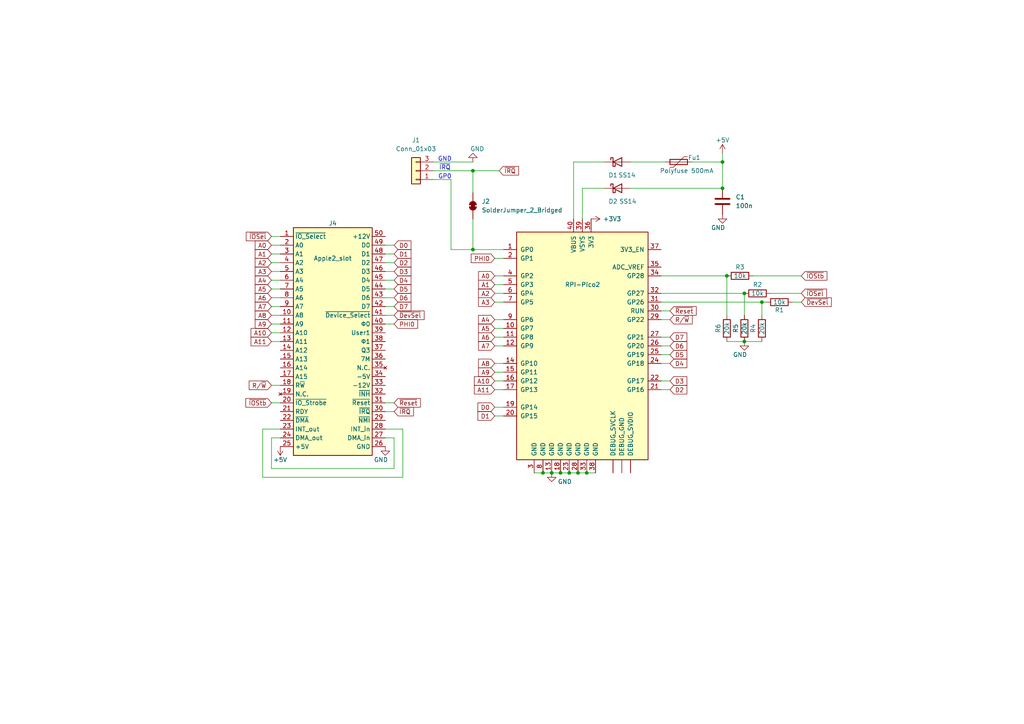
<source format=kicad_sch>
(kicad_sch
	(version 20231120)
	(generator "eeschema")
	(generator_version "8.0")
	(uuid "eaef1172-3351-417c-bfc4-74a598f141cb")
	(paper "A4")
	(title_block
		(title "A2Pico2Lite")
		(rev "2.7")
	)
	(lib_symbols
		(symbol "Connector_Generic:Conn_01x03"
			(pin_names
				(offset 1.016) hide)
			(exclude_from_sim no)
			(in_bom yes)
			(on_board yes)
			(property "Reference" "J"
				(at 0 5.08 0)
				(effects
					(font
						(size 1.27 1.27)
					)
				)
			)
			(property "Value" "Conn_01x03"
				(at 0 -5.08 0)
				(effects
					(font
						(size 1.27 1.27)
					)
				)
			)
			(property "Footprint" ""
				(at 0 0 0)
				(effects
					(font
						(size 1.27 1.27)
					)
					(hide yes)
				)
			)
			(property "Datasheet" "~"
				(at 0 0 0)
				(effects
					(font
						(size 1.27 1.27)
					)
					(hide yes)
				)
			)
			(property "Description" "Generic connector, single row, 01x03, script generated (kicad-library-utils/schlib/autogen/connector/)"
				(at 0 0 0)
				(effects
					(font
						(size 1.27 1.27)
					)
					(hide yes)
				)
			)
			(property "ki_keywords" "connector"
				(at 0 0 0)
				(effects
					(font
						(size 1.27 1.27)
					)
					(hide yes)
				)
			)
			(property "ki_fp_filters" "Connector*:*_1x??_*"
				(at 0 0 0)
				(effects
					(font
						(size 1.27 1.27)
					)
					(hide yes)
				)
			)
			(symbol "Conn_01x03_1_1"
				(rectangle
					(start -1.27 -2.413)
					(end 0 -2.667)
					(stroke
						(width 0.1524)
						(type default)
					)
					(fill
						(type none)
					)
				)
				(rectangle
					(start -1.27 0.127)
					(end 0 -0.127)
					(stroke
						(width 0.1524)
						(type default)
					)
					(fill
						(type none)
					)
				)
				(rectangle
					(start -1.27 2.667)
					(end 0 2.413)
					(stroke
						(width 0.1524)
						(type default)
					)
					(fill
						(type none)
					)
				)
				(rectangle
					(start -1.27 3.81)
					(end 1.27 -3.81)
					(stroke
						(width 0.254)
						(type default)
					)
					(fill
						(type background)
					)
				)
				(pin passive line
					(at -5.08 2.54 0)
					(length 3.81)
					(name "Pin_1"
						(effects
							(font
								(size 1.27 1.27)
							)
						)
					)
					(number "1"
						(effects
							(font
								(size 1.27 1.27)
							)
						)
					)
				)
				(pin passive line
					(at -5.08 0 0)
					(length 3.81)
					(name "Pin_2"
						(effects
							(font
								(size 1.27 1.27)
							)
						)
					)
					(number "2"
						(effects
							(font
								(size 1.27 1.27)
							)
						)
					)
				)
				(pin passive line
					(at -5.08 -2.54 0)
					(length 3.81)
					(name "Pin_3"
						(effects
							(font
								(size 1.27 1.27)
							)
						)
					)
					(number "3"
						(effects
							(font
								(size 1.27 1.27)
							)
						)
					)
				)
			)
		)
		(symbol "Device:C"
			(pin_numbers hide)
			(pin_names
				(offset 0.254)
			)
			(exclude_from_sim no)
			(in_bom yes)
			(on_board yes)
			(property "Reference" "C"
				(at 0.635 2.54 0)
				(effects
					(font
						(size 1.27 1.27)
					)
					(justify left)
				)
			)
			(property "Value" "C"
				(at 0.635 -2.54 0)
				(effects
					(font
						(size 1.27 1.27)
					)
					(justify left)
				)
			)
			(property "Footprint" ""
				(at 0.9652 -3.81 0)
				(effects
					(font
						(size 1.27 1.27)
					)
					(hide yes)
				)
			)
			(property "Datasheet" "~"
				(at 0 0 0)
				(effects
					(font
						(size 1.27 1.27)
					)
					(hide yes)
				)
			)
			(property "Description" "Unpolarized capacitor"
				(at 0 0 0)
				(effects
					(font
						(size 1.27 1.27)
					)
					(hide yes)
				)
			)
			(property "ki_keywords" "cap capacitor"
				(at 0 0 0)
				(effects
					(font
						(size 1.27 1.27)
					)
					(hide yes)
				)
			)
			(property "ki_fp_filters" "C_*"
				(at 0 0 0)
				(effects
					(font
						(size 1.27 1.27)
					)
					(hide yes)
				)
			)
			(symbol "C_0_1"
				(polyline
					(pts
						(xy -2.032 -0.762) (xy 2.032 -0.762)
					)
					(stroke
						(width 0.508)
						(type default)
					)
					(fill
						(type none)
					)
				)
				(polyline
					(pts
						(xy -2.032 0.762) (xy 2.032 0.762)
					)
					(stroke
						(width 0.508)
						(type default)
					)
					(fill
						(type none)
					)
				)
			)
			(symbol "C_1_1"
				(pin passive line
					(at 0 3.81 270)
					(length 2.794)
					(name "~"
						(effects
							(font
								(size 1.27 1.27)
							)
						)
					)
					(number "1"
						(effects
							(font
								(size 1.27 1.27)
							)
						)
					)
				)
				(pin passive line
					(at 0 -3.81 90)
					(length 2.794)
					(name "~"
						(effects
							(font
								(size 1.27 1.27)
							)
						)
					)
					(number "2"
						(effects
							(font
								(size 1.27 1.27)
							)
						)
					)
				)
			)
		)
		(symbol "Device:Polyfuse"
			(pin_numbers hide)
			(pin_names
				(offset 0)
			)
			(exclude_from_sim no)
			(in_bom yes)
			(on_board yes)
			(property "Reference" "F"
				(at -2.54 0 90)
				(effects
					(font
						(size 1.27 1.27)
					)
				)
			)
			(property "Value" "Polyfuse"
				(at 2.54 0 90)
				(effects
					(font
						(size 1.27 1.27)
					)
				)
			)
			(property "Footprint" ""
				(at 1.27 -5.08 0)
				(effects
					(font
						(size 1.27 1.27)
					)
					(justify left)
					(hide yes)
				)
			)
			(property "Datasheet" "~"
				(at 0 0 0)
				(effects
					(font
						(size 1.27 1.27)
					)
					(hide yes)
				)
			)
			(property "Description" "Resettable fuse, polymeric positive temperature coefficient"
				(at 0 0 0)
				(effects
					(font
						(size 1.27 1.27)
					)
					(hide yes)
				)
			)
			(property "ki_keywords" "resettable fuse PTC PPTC polyfuse polyswitch"
				(at 0 0 0)
				(effects
					(font
						(size 1.27 1.27)
					)
					(hide yes)
				)
			)
			(property "ki_fp_filters" "*polyfuse* *PTC*"
				(at 0 0 0)
				(effects
					(font
						(size 1.27 1.27)
					)
					(hide yes)
				)
			)
			(symbol "Polyfuse_0_1"
				(rectangle
					(start -0.762 2.54)
					(end 0.762 -2.54)
					(stroke
						(width 0.254)
						(type default)
					)
					(fill
						(type none)
					)
				)
				(polyline
					(pts
						(xy 0 2.54) (xy 0 -2.54)
					)
					(stroke
						(width 0)
						(type default)
					)
					(fill
						(type none)
					)
				)
				(polyline
					(pts
						(xy -1.524 2.54) (xy -1.524 1.524) (xy 1.524 -1.524) (xy 1.524 -2.54)
					)
					(stroke
						(width 0)
						(type default)
					)
					(fill
						(type none)
					)
				)
			)
			(symbol "Polyfuse_1_1"
				(pin passive line
					(at 0 3.81 270)
					(length 1.27)
					(name "~"
						(effects
							(font
								(size 1.27 1.27)
							)
						)
					)
					(number "1"
						(effects
							(font
								(size 1.27 1.27)
							)
						)
					)
				)
				(pin passive line
					(at 0 -3.81 90)
					(length 1.27)
					(name "~"
						(effects
							(font
								(size 1.27 1.27)
							)
						)
					)
					(number "2"
						(effects
							(font
								(size 1.27 1.27)
							)
						)
					)
				)
			)
		)
		(symbol "Device:R"
			(pin_numbers hide)
			(pin_names
				(offset 0)
			)
			(exclude_from_sim no)
			(in_bom yes)
			(on_board yes)
			(property "Reference" "R"
				(at 2.032 0 90)
				(effects
					(font
						(size 1.27 1.27)
					)
				)
			)
			(property "Value" "R"
				(at 0 0 90)
				(effects
					(font
						(size 1.27 1.27)
					)
				)
			)
			(property "Footprint" ""
				(at -1.778 0 90)
				(effects
					(font
						(size 1.27 1.27)
					)
					(hide yes)
				)
			)
			(property "Datasheet" "~"
				(at 0 0 0)
				(effects
					(font
						(size 1.27 1.27)
					)
					(hide yes)
				)
			)
			(property "Description" "Resistor"
				(at 0 0 0)
				(effects
					(font
						(size 1.27 1.27)
					)
					(hide yes)
				)
			)
			(property "ki_keywords" "R res resistor"
				(at 0 0 0)
				(effects
					(font
						(size 1.27 1.27)
					)
					(hide yes)
				)
			)
			(property "ki_fp_filters" "R_*"
				(at 0 0 0)
				(effects
					(font
						(size 1.27 1.27)
					)
					(hide yes)
				)
			)
			(symbol "R_0_1"
				(rectangle
					(start -1.016 -2.54)
					(end 1.016 2.54)
					(stroke
						(width 0.254)
						(type default)
					)
					(fill
						(type none)
					)
				)
			)
			(symbol "R_1_1"
				(pin passive line
					(at 0 3.81 270)
					(length 1.27)
					(name "~"
						(effects
							(font
								(size 1.27 1.27)
							)
						)
					)
					(number "1"
						(effects
							(font
								(size 1.27 1.27)
							)
						)
					)
				)
				(pin passive line
					(at 0 -3.81 90)
					(length 1.27)
					(name "~"
						(effects
							(font
								(size 1.27 1.27)
							)
						)
					)
					(number "2"
						(effects
							(font
								(size 1.27 1.27)
							)
						)
					)
				)
			)
		)
		(symbol "Diode:1N6857"
			(pin_numbers hide)
			(pin_names
				(offset 1.016) hide)
			(exclude_from_sim no)
			(in_bom yes)
			(on_board yes)
			(property "Reference" "D"
				(at 0 2.54 0)
				(effects
					(font
						(size 1.27 1.27)
					)
				)
			)
			(property "Value" "1N6857"
				(at 0 -2.54 0)
				(effects
					(font
						(size 1.27 1.27)
					)
				)
			)
			(property "Footprint" "Diode_THT:D_DO-35_SOD27_P7.62mm_Horizontal"
				(at 0 -4.445 0)
				(effects
					(font
						(size 1.27 1.27)
					)
					(hide yes)
				)
			)
			(property "Datasheet" "https://www.microsemi.com/document-portal/doc_download/8865-lds-0040-datasheet"
				(at 0 0 0)
				(effects
					(font
						(size 1.27 1.27)
					)
					(hide yes)
				)
			)
			(property "Description" "20V 150mA Schottky diode, DO-35"
				(at 0 0 0)
				(effects
					(font
						(size 1.27 1.27)
					)
					(hide yes)
				)
			)
			(property "ki_keywords" "diode Schottky"
				(at 0 0 0)
				(effects
					(font
						(size 1.27 1.27)
					)
					(hide yes)
				)
			)
			(property "ki_fp_filters" "D*DO?35*"
				(at 0 0 0)
				(effects
					(font
						(size 1.27 1.27)
					)
					(hide yes)
				)
			)
			(symbol "1N6857_0_1"
				(polyline
					(pts
						(xy 1.27 0) (xy -1.27 0)
					)
					(stroke
						(width 0)
						(type default)
					)
					(fill
						(type none)
					)
				)
				(polyline
					(pts
						(xy 1.27 1.27) (xy 1.27 -1.27) (xy -1.27 0) (xy 1.27 1.27)
					)
					(stroke
						(width 0.254)
						(type default)
					)
					(fill
						(type none)
					)
				)
				(polyline
					(pts
						(xy -1.905 0.635) (xy -1.905 1.27) (xy -1.27 1.27) (xy -1.27 -1.27) (xy -0.635 -1.27) (xy -0.635 -0.635)
					)
					(stroke
						(width 0.254)
						(type default)
					)
					(fill
						(type none)
					)
				)
			)
			(symbol "1N6857_1_1"
				(pin passive line
					(at -3.81 0 0)
					(length 2.54)
					(name "K"
						(effects
							(font
								(size 1.27 1.27)
							)
						)
					)
					(number "1"
						(effects
							(font
								(size 1.27 1.27)
							)
						)
					)
				)
				(pin passive line
					(at 3.81 0 180)
					(length 2.54)
					(name "A"
						(effects
							(font
								(size 1.27 1.27)
							)
						)
					)
					(number "2"
						(effects
							(font
								(size 1.27 1.27)
							)
						)
					)
				)
			)
		)
		(symbol "Jumper:SolderJumper_2_Bridged"
			(pin_numbers hide)
			(pin_names
				(offset 0) hide)
			(exclude_from_sim yes)
			(in_bom no)
			(on_board yes)
			(property "Reference" "JP"
				(at 0 2.032 0)
				(effects
					(font
						(size 1.27 1.27)
					)
				)
			)
			(property "Value" "SolderJumper_2_Bridged"
				(at 0 -2.54 0)
				(effects
					(font
						(size 1.27 1.27)
					)
				)
			)
			(property "Footprint" ""
				(at 0 0 0)
				(effects
					(font
						(size 1.27 1.27)
					)
					(hide yes)
				)
			)
			(property "Datasheet" "~"
				(at 0 0 0)
				(effects
					(font
						(size 1.27 1.27)
					)
					(hide yes)
				)
			)
			(property "Description" "Solder Jumper, 2-pole, closed/bridged"
				(at 0 0 0)
				(effects
					(font
						(size 1.27 1.27)
					)
					(hide yes)
				)
			)
			(property "ki_keywords" "solder jumper SPST"
				(at 0 0 0)
				(effects
					(font
						(size 1.27 1.27)
					)
					(hide yes)
				)
			)
			(property "ki_fp_filters" "SolderJumper*Bridged*"
				(at 0 0 0)
				(effects
					(font
						(size 1.27 1.27)
					)
					(hide yes)
				)
			)
			(symbol "SolderJumper_2_Bridged_0_1"
				(rectangle
					(start -0.508 0.508)
					(end 0.508 -0.508)
					(stroke
						(width 0)
						(type default)
					)
					(fill
						(type outline)
					)
				)
				(arc
					(start -0.254 1.016)
					(mid -1.2656 0)
					(end -0.254 -1.016)
					(stroke
						(width 0)
						(type default)
					)
					(fill
						(type none)
					)
				)
				(arc
					(start -0.254 1.016)
					(mid -1.2656 0)
					(end -0.254 -1.016)
					(stroke
						(width 0)
						(type default)
					)
					(fill
						(type outline)
					)
				)
				(polyline
					(pts
						(xy -0.254 1.016) (xy -0.254 -1.016)
					)
					(stroke
						(width 0)
						(type default)
					)
					(fill
						(type none)
					)
				)
				(polyline
					(pts
						(xy 0.254 1.016) (xy 0.254 -1.016)
					)
					(stroke
						(width 0)
						(type default)
					)
					(fill
						(type none)
					)
				)
				(arc
					(start 0.254 -1.016)
					(mid 1.2656 0)
					(end 0.254 1.016)
					(stroke
						(width 0)
						(type default)
					)
					(fill
						(type none)
					)
				)
				(arc
					(start 0.254 -1.016)
					(mid 1.2656 0)
					(end 0.254 1.016)
					(stroke
						(width 0)
						(type default)
					)
					(fill
						(type outline)
					)
				)
			)
			(symbol "SolderJumper_2_Bridged_1_1"
				(pin passive line
					(at -3.81 0 0)
					(length 2.54)
					(name "A"
						(effects
							(font
								(size 1.27 1.27)
							)
						)
					)
					(number "1"
						(effects
							(font
								(size 1.27 1.27)
							)
						)
					)
				)
				(pin passive line
					(at 3.81 0 180)
					(length 2.54)
					(name "B"
						(effects
							(font
								(size 1.27 1.27)
							)
						)
					)
					(number "2"
						(effects
							(font
								(size 1.27 1.27)
							)
						)
					)
				)
			)
		)
		(symbol "MCU_Microchip_PIC16:RPI-Pico"
			(pin_names
				(offset 1.016)
			)
			(exclude_from_sim no)
			(in_bom yes)
			(on_board yes)
			(property "Reference" "U"
				(at 6.35 35.56 0)
				(effects
					(font
						(size 1.27 1.27)
					)
					(justify left)
				)
			)
			(property "Value" "RPI-Pico"
				(at 6.35 33.02 0)
				(effects
					(font
						(size 1.27 1.27)
					)
					(justify left)
				)
			)
			(property "Footprint" ""
				(at 0 0 0)
				(effects
					(font
						(size 1.27 1.27)
						(italic yes)
					)
					(hide yes)
				)
			)
			(property "Datasheet" "RPI-Pico"
				(at 0 0 0)
				(effects
					(font
						(size 1.27 1.27)
					)
					(hide yes)
				)
			)
			(property "Description" "4K Flash, 192B SRAM, ADC, PWM, DIP40"
				(at 0 0 0)
				(effects
					(font
						(size 1.27 1.27)
					)
					(hide yes)
				)
			)
			(property "ki_keywords" "Flash-Based 8-Bit Microcontroller"
				(at 0 0 0)
				(effects
					(font
						(size 1.27 1.27)
					)
					(hide yes)
				)
			)
			(property "ki_fp_filters" "DIP* PDIP*"
				(at 0 0 0)
				(effects
					(font
						(size 1.27 1.27)
					)
					(hide yes)
				)
			)
			(symbol "RPI-Pico_0_1"
				(rectangle
					(start -19.05 -34.29)
					(end 19.05 31.75)
					(stroke
						(width 0.254)
						(type default)
					)
					(fill
						(type background)
					)
				)
			)
			(symbol "RPI-Pico_1_1"
				(pin power_in line
					(at 11.43 -38.1 90)
					(length 3.81)
					(name "DEBUG_GND"
						(effects
							(font
								(size 1.27 1.27)
							)
						)
					)
					(number ""
						(effects
							(font
								(size 1.27 1.27)
							)
						)
					)
				)
				(pin bidirectional line
					(at 8.89 -38.1 90)
					(length 3.81)
					(name "DEBUG_SVCLK"
						(effects
							(font
								(size 1.27 1.27)
							)
						)
					)
					(number ""
						(effects
							(font
								(size 1.27 1.27)
							)
						)
					)
				)
				(pin bidirectional line
					(at 13.97 -38.1 90)
					(length 3.81)
					(name "DEBUG_SVDIO"
						(effects
							(font
								(size 1.27 1.27)
							)
						)
					)
					(number ""
						(effects
							(font
								(size 1.27 1.27)
							)
						)
					)
				)
				(pin bidirectional line
					(at -22.86 26.67 0)
					(length 3.81)
					(name "GP0"
						(effects
							(font
								(size 1.27 1.27)
							)
						)
					)
					(number "1"
						(effects
							(font
								(size 1.27 1.27)
							)
						)
					)
				)
				(pin bidirectional line
					(at -22.86 3.81 0)
					(length 3.81)
					(name "GP7"
						(effects
							(font
								(size 1.27 1.27)
							)
						)
					)
					(number "10"
						(effects
							(font
								(size 1.27 1.27)
							)
						)
					)
				)
				(pin bidirectional line
					(at -22.86 1.27 0)
					(length 3.81)
					(name "GP8"
						(effects
							(font
								(size 1.27 1.27)
							)
						)
					)
					(number "11"
						(effects
							(font
								(size 1.27 1.27)
							)
						)
					)
				)
				(pin bidirectional line
					(at -22.86 -1.27 0)
					(length 3.81)
					(name "GP9"
						(effects
							(font
								(size 1.27 1.27)
							)
						)
					)
					(number "12"
						(effects
							(font
								(size 1.27 1.27)
							)
						)
					)
				)
				(pin power_in line
					(at -8.89 -38.1 90)
					(length 3.81)
					(name "GND"
						(effects
							(font
								(size 1.27 1.27)
							)
						)
					)
					(number "13"
						(effects
							(font
								(size 1.27 1.27)
							)
						)
					)
				)
				(pin bidirectional line
					(at -22.86 -6.35 0)
					(length 3.81)
					(name "GP10"
						(effects
							(font
								(size 1.27 1.27)
							)
						)
					)
					(number "14"
						(effects
							(font
								(size 1.27 1.27)
							)
						)
					)
				)
				(pin bidirectional line
					(at -22.86 -8.89 0)
					(length 3.81)
					(name "GP11"
						(effects
							(font
								(size 1.27 1.27)
							)
						)
					)
					(number "15"
						(effects
							(font
								(size 1.27 1.27)
							)
						)
					)
				)
				(pin bidirectional line
					(at -22.86 -11.43 0)
					(length 3.81)
					(name "GP12"
						(effects
							(font
								(size 1.27 1.27)
							)
						)
					)
					(number "16"
						(effects
							(font
								(size 1.27 1.27)
							)
						)
					)
				)
				(pin bidirectional line
					(at -22.86 -13.97 0)
					(length 3.81)
					(name "GP13"
						(effects
							(font
								(size 1.27 1.27)
							)
						)
					)
					(number "17"
						(effects
							(font
								(size 1.27 1.27)
							)
						)
					)
				)
				(pin power_in line
					(at -6.35 -38.1 90)
					(length 3.81)
					(name "GND"
						(effects
							(font
								(size 1.27 1.27)
							)
						)
					)
					(number "18"
						(effects
							(font
								(size 1.27 1.27)
							)
						)
					)
				)
				(pin bidirectional line
					(at -22.86 -19.05 0)
					(length 3.81)
					(name "GP14"
						(effects
							(font
								(size 1.27 1.27)
							)
						)
					)
					(number "19"
						(effects
							(font
								(size 1.27 1.27)
							)
						)
					)
				)
				(pin bidirectional line
					(at -22.86 24.13 0)
					(length 3.81)
					(name "GP1"
						(effects
							(font
								(size 1.27 1.27)
							)
						)
					)
					(number "2"
						(effects
							(font
								(size 1.27 1.27)
							)
						)
					)
				)
				(pin bidirectional line
					(at -22.86 -21.59 0)
					(length 3.81)
					(name "GP15"
						(effects
							(font
								(size 1.27 1.27)
							)
						)
					)
					(number "20"
						(effects
							(font
								(size 1.27 1.27)
							)
						)
					)
				)
				(pin bidirectional line
					(at 22.86 -13.97 180)
					(length 3.81)
					(name "GP16"
						(effects
							(font
								(size 1.27 1.27)
							)
						)
					)
					(number "21"
						(effects
							(font
								(size 1.27 1.27)
							)
						)
					)
				)
				(pin bidirectional line
					(at 22.86 -11.43 180)
					(length 3.81)
					(name "GP17"
						(effects
							(font
								(size 1.27 1.27)
							)
						)
					)
					(number "22"
						(effects
							(font
								(size 1.27 1.27)
							)
						)
					)
				)
				(pin power_in line
					(at -3.81 -38.1 90)
					(length 3.81)
					(name "GND"
						(effects
							(font
								(size 1.27 1.27)
							)
						)
					)
					(number "23"
						(effects
							(font
								(size 1.27 1.27)
							)
						)
					)
				)
				(pin bidirectional line
					(at 22.86 -6.35 180)
					(length 3.81)
					(name "GP18"
						(effects
							(font
								(size 1.27 1.27)
							)
						)
					)
					(number "24"
						(effects
							(font
								(size 1.27 1.27)
							)
						)
					)
				)
				(pin bidirectional line
					(at 22.86 -3.81 180)
					(length 3.81)
					(name "GP19"
						(effects
							(font
								(size 1.27 1.27)
							)
						)
					)
					(number "25"
						(effects
							(font
								(size 1.27 1.27)
							)
						)
					)
				)
				(pin bidirectional line
					(at 22.86 -1.27 180)
					(length 3.81)
					(name "GP20"
						(effects
							(font
								(size 1.27 1.27)
							)
						)
					)
					(number "26"
						(effects
							(font
								(size 1.27 1.27)
							)
						)
					)
				)
				(pin bidirectional line
					(at 22.86 1.27 180)
					(length 3.81)
					(name "GP21"
						(effects
							(font
								(size 1.27 1.27)
							)
						)
					)
					(number "27"
						(effects
							(font
								(size 1.27 1.27)
							)
						)
					)
				)
				(pin power_in line
					(at -1.27 -38.1 90)
					(length 3.81)
					(name "GND"
						(effects
							(font
								(size 1.27 1.27)
							)
						)
					)
					(number "28"
						(effects
							(font
								(size 1.27 1.27)
							)
						)
					)
				)
				(pin bidirectional line
					(at 22.86 6.35 180)
					(length 3.81)
					(name "GP22"
						(effects
							(font
								(size 1.27 1.27)
							)
						)
					)
					(number "29"
						(effects
							(font
								(size 1.27 1.27)
							)
						)
					)
				)
				(pin power_in line
					(at -13.97 -38.1 90)
					(length 3.81)
					(name "GND"
						(effects
							(font
								(size 1.27 1.27)
							)
						)
					)
					(number "3"
						(effects
							(font
								(size 1.27 1.27)
							)
						)
					)
				)
				(pin bidirectional line
					(at 22.86 8.89 180)
					(length 3.81)
					(name "RUN"
						(effects
							(font
								(size 1.27 1.27)
							)
						)
					)
					(number "30"
						(effects
							(font
								(size 1.27 1.27)
							)
						)
					)
				)
				(pin bidirectional line
					(at 22.86 11.43 180)
					(length 3.81)
					(name "GP26"
						(effects
							(font
								(size 1.27 1.27)
							)
						)
					)
					(number "31"
						(effects
							(font
								(size 1.27 1.27)
							)
						)
					)
				)
				(pin bidirectional line
					(at 22.86 13.97 180)
					(length 3.81)
					(name "GP27"
						(effects
							(font
								(size 1.27 1.27)
							)
						)
					)
					(number "32"
						(effects
							(font
								(size 1.27 1.27)
							)
						)
					)
				)
				(pin power_in line
					(at 1.27 -38.1 90)
					(length 3.81)
					(name "GND"
						(effects
							(font
								(size 1.27 1.27)
							)
						)
					)
					(number "33"
						(effects
							(font
								(size 1.27 1.27)
							)
						)
					)
				)
				(pin bidirectional line
					(at 22.86 19.05 180)
					(length 3.81)
					(name "GP28"
						(effects
							(font
								(size 1.27 1.27)
							)
						)
					)
					(number "34"
						(effects
							(font
								(size 1.27 1.27)
							)
						)
					)
				)
				(pin bidirectional line
					(at 22.86 21.59 180)
					(length 3.81)
					(name "ADC_VREF"
						(effects
							(font
								(size 1.27 1.27)
							)
						)
					)
					(number "35"
						(effects
							(font
								(size 1.27 1.27)
							)
						)
					)
				)
				(pin power_in line
					(at 2.54 35.56 270)
					(length 3.81)
					(name "3V3"
						(effects
							(font
								(size 1.27 1.27)
							)
						)
					)
					(number "36"
						(effects
							(font
								(size 1.27 1.27)
							)
						)
					)
				)
				(pin bidirectional line
					(at 22.86 26.67 180)
					(length 3.81)
					(name "3V3_EN"
						(effects
							(font
								(size 1.27 1.27)
							)
						)
					)
					(number "37"
						(effects
							(font
								(size 1.27 1.27)
							)
						)
					)
				)
				(pin power_in line
					(at 3.81 -38.1 90)
					(length 3.81)
					(name "GND"
						(effects
							(font
								(size 1.27 1.27)
							)
						)
					)
					(number "38"
						(effects
							(font
								(size 1.27 1.27)
							)
						)
					)
				)
				(pin power_in line
					(at 0 35.56 270)
					(length 3.81)
					(name "VSYS"
						(effects
							(font
								(size 1.27 1.27)
							)
						)
					)
					(number "39"
						(effects
							(font
								(size 1.27 1.27)
							)
						)
					)
				)
				(pin bidirectional line
					(at -22.86 19.05 0)
					(length 3.81)
					(name "GP2"
						(effects
							(font
								(size 1.27 1.27)
							)
						)
					)
					(number "4"
						(effects
							(font
								(size 1.27 1.27)
							)
						)
					)
				)
				(pin power_in line
					(at -2.54 35.56 270)
					(length 3.81)
					(name "VBUS"
						(effects
							(font
								(size 1.27 1.27)
							)
						)
					)
					(number "40"
						(effects
							(font
								(size 1.27 1.27)
							)
						)
					)
				)
				(pin bidirectional line
					(at -22.86 16.51 0)
					(length 3.81)
					(name "GP3"
						(effects
							(font
								(size 1.27 1.27)
							)
						)
					)
					(number "5"
						(effects
							(font
								(size 1.27 1.27)
							)
						)
					)
				)
				(pin bidirectional line
					(at -22.86 13.97 0)
					(length 3.81)
					(name "GP4"
						(effects
							(font
								(size 1.27 1.27)
							)
						)
					)
					(number "6"
						(effects
							(font
								(size 1.27 1.27)
							)
						)
					)
				)
				(pin bidirectional line
					(at -22.86 11.43 0)
					(length 3.81)
					(name "GP5"
						(effects
							(font
								(size 1.27 1.27)
							)
						)
					)
					(number "7"
						(effects
							(font
								(size 1.27 1.27)
							)
						)
					)
				)
				(pin power_in line
					(at -11.43 -38.1 90)
					(length 3.81)
					(name "GND"
						(effects
							(font
								(size 1.27 1.27)
							)
						)
					)
					(number "8"
						(effects
							(font
								(size 1.27 1.27)
							)
						)
					)
				)
				(pin bidirectional line
					(at -22.86 6.35 0)
					(length 3.81)
					(name "GP6"
						(effects
							(font
								(size 1.27 1.27)
							)
						)
					)
					(number "9"
						(effects
							(font
								(size 1.27 1.27)
							)
						)
					)
				)
			)
		)
		(symbol "Ralle_Library:Apple2_edge_connector"
			(exclude_from_sim no)
			(in_bom yes)
			(on_board yes)
			(property "Reference" "CON"
				(at 0 0 0)
				(effects
					(font
						(size 1.27 1.27)
					)
				)
			)
			(property "Value" "Apple2_edge_connector"
				(at 0 -34.29 0)
				(effects
					(font
						(size 1.27 1.27)
					)
				)
			)
			(property "Footprint" ""
				(at 0 0 0)
				(effects
					(font
						(size 1.27 1.27)
					)
					(hide yes)
				)
			)
			(property "Datasheet" ""
				(at 0 0 0)
				(effects
					(font
						(size 1.27 1.27)
					)
					(hide yes)
				)
			)
			(property "Description" ""
				(at 0 0 0)
				(effects
					(font
						(size 1.27 1.27)
					)
					(hide yes)
				)
			)
			(symbol "Apple2_edge_connector_0_1"
				(rectangle
					(start -11.43 33.02)
					(end 11.43 -33.02)
					(stroke
						(width 0.254)
						(type default)
					)
					(fill
						(type background)
					)
				)
			)
			(symbol "Apple2_edge_connector_1_1"
				(pin output line
					(at -15.24 30.48 0)
					(length 3.81)
					(name "~{IO_Select}"
						(effects
							(font
								(size 1.27 1.27)
							)
						)
					)
					(number "1"
						(effects
							(font
								(size 1.27 1.27)
							)
						)
					)
				)
				(pin input line
					(at -15.24 7.62 0)
					(length 3.81)
					(name "A8"
						(effects
							(font
								(size 1.27 1.27)
							)
						)
					)
					(number "10"
						(effects
							(font
								(size 1.27 1.27)
							)
						)
					)
				)
				(pin input line
					(at -15.24 5.08 0)
					(length 3.81)
					(name "A9"
						(effects
							(font
								(size 1.27 1.27)
							)
						)
					)
					(number "11"
						(effects
							(font
								(size 1.27 1.27)
							)
						)
					)
				)
				(pin input line
					(at -15.24 2.54 0)
					(length 3.81)
					(name "A10"
						(effects
							(font
								(size 1.27 1.27)
							)
						)
					)
					(number "12"
						(effects
							(font
								(size 1.27 1.27)
							)
						)
					)
				)
				(pin input line
					(at -15.24 0 0)
					(length 3.81)
					(name "A11"
						(effects
							(font
								(size 1.27 1.27)
							)
						)
					)
					(number "13"
						(effects
							(font
								(size 1.27 1.27)
							)
						)
					)
				)
				(pin input line
					(at -15.24 -2.54 0)
					(length 3.81)
					(name "A12"
						(effects
							(font
								(size 1.27 1.27)
							)
						)
					)
					(number "14"
						(effects
							(font
								(size 1.27 1.27)
							)
						)
					)
				)
				(pin input line
					(at -15.24 -5.08 0)
					(length 3.81)
					(name "A13"
						(effects
							(font
								(size 1.27 1.27)
							)
						)
					)
					(number "15"
						(effects
							(font
								(size 1.27 1.27)
							)
						)
					)
				)
				(pin input line
					(at -15.24 -7.62 0)
					(length 3.81)
					(name "A14"
						(effects
							(font
								(size 1.27 1.27)
							)
						)
					)
					(number "16"
						(effects
							(font
								(size 1.27 1.27)
							)
						)
					)
				)
				(pin input line
					(at -15.24 -10.16 0)
					(length 3.81)
					(name "A15"
						(effects
							(font
								(size 1.27 1.27)
							)
						)
					)
					(number "17"
						(effects
							(font
								(size 1.27 1.27)
							)
						)
					)
				)
				(pin input line
					(at -15.24 -12.7 0)
					(length 3.81)
					(name "R~{W}"
						(effects
							(font
								(size 1.27 1.27)
							)
						)
					)
					(number "18"
						(effects
							(font
								(size 1.27 1.27)
							)
						)
					)
				)
				(pin no_connect line
					(at -15.24 -15.24 0)
					(length 3.81)
					(name "N.C."
						(effects
							(font
								(size 1.27 1.27)
							)
						)
					)
					(number "19"
						(effects
							(font
								(size 1.27 1.27)
							)
						)
					)
				)
				(pin input line
					(at -15.24 27.94 0)
					(length 3.81)
					(name "A0"
						(effects
							(font
								(size 1.27 1.27)
							)
						)
					)
					(number "2"
						(effects
							(font
								(size 1.27 1.27)
							)
						)
					)
				)
				(pin input line
					(at -15.24 -17.78 0)
					(length 3.81)
					(name "~{IO_Strobe}"
						(effects
							(font
								(size 1.27 1.27)
							)
						)
					)
					(number "20"
						(effects
							(font
								(size 1.27 1.27)
							)
						)
					)
				)
				(pin input line
					(at -15.24 -20.32 0)
					(length 3.81)
					(name "RDY"
						(effects
							(font
								(size 1.27 1.27)
							)
						)
					)
					(number "21"
						(effects
							(font
								(size 1.27 1.27)
							)
						)
					)
				)
				(pin bidirectional line
					(at -15.24 -22.86 0)
					(length 3.81)
					(name "~{DMA}"
						(effects
							(font
								(size 1.27 1.27)
							)
						)
					)
					(number "22"
						(effects
							(font
								(size 1.27 1.27)
							)
						)
					)
				)
				(pin input line
					(at -15.24 -25.4 0)
					(length 3.81)
					(name "INT_out"
						(effects
							(font
								(size 1.27 1.27)
							)
						)
					)
					(number "23"
						(effects
							(font
								(size 1.27 1.27)
							)
						)
					)
				)
				(pin input line
					(at -15.24 -27.94 0)
					(length 3.81)
					(name "DMA_out"
						(effects
							(font
								(size 1.27 1.27)
							)
						)
					)
					(number "24"
						(effects
							(font
								(size 1.27 1.27)
							)
						)
					)
				)
				(pin power_in line
					(at -15.24 -30.48 0)
					(length 3.81)
					(name "+5V"
						(effects
							(font
								(size 1.27 1.27)
							)
						)
					)
					(number "25"
						(effects
							(font
								(size 1.27 1.27)
							)
						)
					)
				)
				(pin passive line
					(at 15.24 -30.48 180)
					(length 3.81)
					(name "GND"
						(effects
							(font
								(size 1.27 1.27)
							)
						)
					)
					(number "26"
						(effects
							(font
								(size 1.27 1.27)
							)
						)
					)
				)
				(pin output line
					(at 15.24 -27.94 180)
					(length 3.81)
					(name "DMA_in"
						(effects
							(font
								(size 1.27 1.27)
							)
						)
					)
					(number "27"
						(effects
							(font
								(size 1.27 1.27)
							)
						)
					)
				)
				(pin output line
					(at 15.24 -25.4 180)
					(length 3.81)
					(name "INT_in"
						(effects
							(font
								(size 1.27 1.27)
							)
						)
					)
					(number "28"
						(effects
							(font
								(size 1.27 1.27)
							)
						)
					)
				)
				(pin output line
					(at 15.24 -22.86 180)
					(length 3.81)
					(name "~{NMI}"
						(effects
							(font
								(size 1.27 1.27)
							)
						)
					)
					(number "29"
						(effects
							(font
								(size 1.27 1.27)
							)
						)
					)
				)
				(pin input line
					(at -15.24 25.4 0)
					(length 3.81)
					(name "A1"
						(effects
							(font
								(size 1.27 1.27)
							)
						)
					)
					(number "3"
						(effects
							(font
								(size 1.27 1.27)
							)
						)
					)
				)
				(pin output line
					(at 15.24 -20.32 180)
					(length 3.81)
					(name "~{IRQ}"
						(effects
							(font
								(size 1.27 1.27)
							)
						)
					)
					(number "30"
						(effects
							(font
								(size 1.27 1.27)
							)
						)
					)
				)
				(pin bidirectional line
					(at 15.24 -17.78 180)
					(length 3.81)
					(name "~{Reset}"
						(effects
							(font
								(size 1.27 1.27)
							)
						)
					)
					(number "31"
						(effects
							(font
								(size 1.27 1.27)
							)
						)
					)
				)
				(pin input line
					(at 15.24 -15.24 180)
					(length 3.81)
					(name "~{INH}"
						(effects
							(font
								(size 1.27 1.27)
							)
						)
					)
					(number "32"
						(effects
							(font
								(size 1.27 1.27)
							)
						)
					)
				)
				(pin power_in line
					(at 15.24 -12.7 180)
					(length 3.81)
					(name "-12V"
						(effects
							(font
								(size 1.27 1.27)
							)
						)
					)
					(number "33"
						(effects
							(font
								(size 1.27 1.27)
							)
						)
					)
				)
				(pin power_in line
					(at 15.24 -10.16 180)
					(length 3.81)
					(name "-5V"
						(effects
							(font
								(size 1.27 1.27)
							)
						)
					)
					(number "34"
						(effects
							(font
								(size 1.27 1.27)
							)
						)
					)
				)
				(pin no_connect line
					(at 15.24 -7.62 180)
					(length 3.81)
					(name "N.C."
						(effects
							(font
								(size 1.27 1.27)
							)
						)
					)
					(number "35"
						(effects
							(font
								(size 1.27 1.27)
							)
						)
					)
				)
				(pin input line
					(at 15.24 -5.08 180)
					(length 3.81)
					(name "7M"
						(effects
							(font
								(size 1.27 1.27)
							)
						)
					)
					(number "36"
						(effects
							(font
								(size 1.27 1.27)
							)
						)
					)
				)
				(pin input line
					(at 15.24 -2.54 180)
					(length 3.81)
					(name "Q3"
						(effects
							(font
								(size 1.27 1.27)
							)
						)
					)
					(number "37"
						(effects
							(font
								(size 1.27 1.27)
							)
						)
					)
				)
				(pin input line
					(at 15.24 0 180)
					(length 3.81)
					(name "Ф1"
						(effects
							(font
								(size 1.27 1.27)
							)
						)
					)
					(number "38"
						(effects
							(font
								(size 1.27 1.27)
							)
						)
					)
				)
				(pin bidirectional line
					(at 15.24 2.54 180)
					(length 3.81)
					(name "User1"
						(effects
							(font
								(size 1.27 1.27)
							)
						)
					)
					(number "39"
						(effects
							(font
								(size 1.27 1.27)
							)
						)
					)
				)
				(pin input line
					(at -15.24 22.86 0)
					(length 3.81)
					(name "A2"
						(effects
							(font
								(size 1.27 1.27)
							)
						)
					)
					(number "4"
						(effects
							(font
								(size 1.27 1.27)
							)
						)
					)
				)
				(pin input line
					(at 15.24 5.08 180)
					(length 3.81)
					(name "Ф0"
						(effects
							(font
								(size 1.27 1.27)
							)
						)
					)
					(number "40"
						(effects
							(font
								(size 1.27 1.27)
							)
						)
					)
				)
				(pin input line
					(at 15.24 7.62 180)
					(length 3.81)
					(name "~{Device_Select}"
						(effects
							(font
								(size 1.27 1.27)
							)
						)
					)
					(number "41"
						(effects
							(font
								(size 1.27 1.27)
							)
						)
					)
				)
				(pin bidirectional line
					(at 15.24 10.16 180)
					(length 3.81)
					(name "D7"
						(effects
							(font
								(size 1.27 1.27)
							)
						)
					)
					(number "42"
						(effects
							(font
								(size 1.27 1.27)
							)
						)
					)
				)
				(pin bidirectional line
					(at 15.24 12.7 180)
					(length 3.81)
					(name "D6"
						(effects
							(font
								(size 1.27 1.27)
							)
						)
					)
					(number "43"
						(effects
							(font
								(size 1.27 1.27)
							)
						)
					)
				)
				(pin bidirectional line
					(at 15.24 15.24 180)
					(length 3.81)
					(name "D5"
						(effects
							(font
								(size 1.27 1.27)
							)
						)
					)
					(number "44"
						(effects
							(font
								(size 1.27 1.27)
							)
						)
					)
				)
				(pin bidirectional line
					(at 15.24 17.78 180)
					(length 3.81)
					(name "D4"
						(effects
							(font
								(size 1.27 1.27)
							)
						)
					)
					(number "45"
						(effects
							(font
								(size 1.27 1.27)
							)
						)
					)
				)
				(pin bidirectional line
					(at 15.24 20.32 180)
					(length 3.81)
					(name "D3"
						(effects
							(font
								(size 1.27 1.27)
							)
						)
					)
					(number "46"
						(effects
							(font
								(size 1.27 1.27)
							)
						)
					)
				)
				(pin bidirectional line
					(at 15.24 22.86 180)
					(length 3.81)
					(name "D2"
						(effects
							(font
								(size 1.27 1.27)
							)
						)
					)
					(number "47"
						(effects
							(font
								(size 1.27 1.27)
							)
						)
					)
				)
				(pin bidirectional line
					(at 15.24 25.4 180)
					(length 3.81)
					(name "D1"
						(effects
							(font
								(size 1.27 1.27)
							)
						)
					)
					(number "48"
						(effects
							(font
								(size 1.27 1.27)
							)
						)
					)
				)
				(pin bidirectional line
					(at 15.24 27.94 180)
					(length 3.81)
					(name "D0"
						(effects
							(font
								(size 1.27 1.27)
							)
						)
					)
					(number "49"
						(effects
							(font
								(size 1.27 1.27)
							)
						)
					)
				)
				(pin input line
					(at -15.24 20.32 0)
					(length 3.81)
					(name "A3"
						(effects
							(font
								(size 1.27 1.27)
							)
						)
					)
					(number "5"
						(effects
							(font
								(size 1.27 1.27)
							)
						)
					)
				)
				(pin power_in line
					(at 15.24 30.48 180)
					(length 3.81)
					(name "+12V"
						(effects
							(font
								(size 1.27 1.27)
							)
						)
					)
					(number "50"
						(effects
							(font
								(size 1.27 1.27)
							)
						)
					)
				)
				(pin input line
					(at -15.24 17.78 0)
					(length 3.81)
					(name "A4"
						(effects
							(font
								(size 1.27 1.27)
							)
						)
					)
					(number "6"
						(effects
							(font
								(size 1.27 1.27)
							)
						)
					)
				)
				(pin input line
					(at -15.24 15.24 0)
					(length 3.81)
					(name "A5"
						(effects
							(font
								(size 1.27 1.27)
							)
						)
					)
					(number "7"
						(effects
							(font
								(size 1.27 1.27)
							)
						)
					)
				)
				(pin input line
					(at -15.24 12.7 0)
					(length 3.81)
					(name "A6"
						(effects
							(font
								(size 1.27 1.27)
							)
						)
					)
					(number "8"
						(effects
							(font
								(size 1.27 1.27)
							)
						)
					)
				)
				(pin input line
					(at -15.24 10.16 0)
					(length 3.81)
					(name "A7"
						(effects
							(font
								(size 1.27 1.27)
							)
						)
					)
					(number "9"
						(effects
							(font
								(size 1.27 1.27)
							)
						)
					)
				)
			)
		)
		(symbol "power:+3V3"
			(power)
			(pin_names
				(offset 0)
			)
			(exclude_from_sim no)
			(in_bom yes)
			(on_board yes)
			(property "Reference" "#PWR"
				(at 0 -3.81 0)
				(effects
					(font
						(size 1.27 1.27)
					)
					(hide yes)
				)
			)
			(property "Value" "+3V3"
				(at 0 3.556 0)
				(effects
					(font
						(size 1.27 1.27)
					)
				)
			)
			(property "Footprint" ""
				(at 0 0 0)
				(effects
					(font
						(size 1.27 1.27)
					)
					(hide yes)
				)
			)
			(property "Datasheet" ""
				(at 0 0 0)
				(effects
					(font
						(size 1.27 1.27)
					)
					(hide yes)
				)
			)
			(property "Description" "Power symbol creates a global label with name \"+3V3\""
				(at 0 0 0)
				(effects
					(font
						(size 1.27 1.27)
					)
					(hide yes)
				)
			)
			(property "ki_keywords" "power-flag"
				(at 0 0 0)
				(effects
					(font
						(size 1.27 1.27)
					)
					(hide yes)
				)
			)
			(symbol "+3V3_0_1"
				(polyline
					(pts
						(xy -0.762 1.27) (xy 0 2.54)
					)
					(stroke
						(width 0)
						(type default)
					)
					(fill
						(type none)
					)
				)
				(polyline
					(pts
						(xy 0 0) (xy 0 2.54)
					)
					(stroke
						(width 0)
						(type default)
					)
					(fill
						(type none)
					)
				)
				(polyline
					(pts
						(xy 0 2.54) (xy 0.762 1.27)
					)
					(stroke
						(width 0)
						(type default)
					)
					(fill
						(type none)
					)
				)
			)
			(symbol "+3V3_1_1"
				(pin power_in line
					(at 0 0 90)
					(length 0) hide
					(name "+3V3"
						(effects
							(font
								(size 1.27 1.27)
							)
						)
					)
					(number "1"
						(effects
							(font
								(size 1.27 1.27)
							)
						)
					)
				)
			)
		)
		(symbol "power:+5V"
			(power)
			(pin_names
				(offset 0)
			)
			(exclude_from_sim no)
			(in_bom yes)
			(on_board yes)
			(property "Reference" "#PWR"
				(at 0 -3.81 0)
				(effects
					(font
						(size 1.27 1.27)
					)
					(hide yes)
				)
			)
			(property "Value" "+5V"
				(at 0 3.556 0)
				(effects
					(font
						(size 1.27 1.27)
					)
				)
			)
			(property "Footprint" ""
				(at 0 0 0)
				(effects
					(font
						(size 1.27 1.27)
					)
					(hide yes)
				)
			)
			(property "Datasheet" ""
				(at 0 0 0)
				(effects
					(font
						(size 1.27 1.27)
					)
					(hide yes)
				)
			)
			(property "Description" "Power symbol creates a global label with name \"+5V\""
				(at 0 0 0)
				(effects
					(font
						(size 1.27 1.27)
					)
					(hide yes)
				)
			)
			(property "ki_keywords" "power-flag"
				(at 0 0 0)
				(effects
					(font
						(size 1.27 1.27)
					)
					(hide yes)
				)
			)
			(symbol "+5V_0_1"
				(polyline
					(pts
						(xy -0.762 1.27) (xy 0 2.54)
					)
					(stroke
						(width 0)
						(type default)
					)
					(fill
						(type none)
					)
				)
				(polyline
					(pts
						(xy 0 0) (xy 0 2.54)
					)
					(stroke
						(width 0)
						(type default)
					)
					(fill
						(type none)
					)
				)
				(polyline
					(pts
						(xy 0 2.54) (xy 0.762 1.27)
					)
					(stroke
						(width 0)
						(type default)
					)
					(fill
						(type none)
					)
				)
			)
			(symbol "+5V_1_1"
				(pin power_in line
					(at 0 0 90)
					(length 0) hide
					(name "+5V"
						(effects
							(font
								(size 1.27 1.27)
							)
						)
					)
					(number "1"
						(effects
							(font
								(size 1.27 1.27)
							)
						)
					)
				)
			)
		)
		(symbol "power:GND"
			(power)
			(pin_names
				(offset 0)
			)
			(exclude_from_sim no)
			(in_bom yes)
			(on_board yes)
			(property "Reference" "#PWR"
				(at 0 -6.35 0)
				(effects
					(font
						(size 1.27 1.27)
					)
					(hide yes)
				)
			)
			(property "Value" "GND"
				(at 0 -3.81 0)
				(effects
					(font
						(size 1.27 1.27)
					)
				)
			)
			(property "Footprint" ""
				(at 0 0 0)
				(effects
					(font
						(size 1.27 1.27)
					)
					(hide yes)
				)
			)
			(property "Datasheet" ""
				(at 0 0 0)
				(effects
					(font
						(size 1.27 1.27)
					)
					(hide yes)
				)
			)
			(property "Description" "Power symbol creates a global label with name \"GND\" , ground"
				(at 0 0 0)
				(effects
					(font
						(size 1.27 1.27)
					)
					(hide yes)
				)
			)
			(property "ki_keywords" "power-flag"
				(at 0 0 0)
				(effects
					(font
						(size 1.27 1.27)
					)
					(hide yes)
				)
			)
			(symbol "GND_0_1"
				(polyline
					(pts
						(xy 0 0) (xy 0 -1.27) (xy 1.27 -1.27) (xy 0 -2.54) (xy -1.27 -1.27) (xy 0 -1.27)
					)
					(stroke
						(width 0)
						(type default)
					)
					(fill
						(type none)
					)
				)
			)
			(symbol "GND_1_1"
				(pin power_in line
					(at 0 0 270)
					(length 0) hide
					(name "GND"
						(effects
							(font
								(size 1.27 1.27)
							)
						)
					)
					(number "1"
						(effects
							(font
								(size 1.27 1.27)
							)
						)
					)
				)
			)
		)
	)
	(junction
		(at 210.82 80.01)
		(diameter 0)
		(color 0 0 0 0)
		(uuid "13dad7ce-1803-4236-a09c-eae939f587f4")
	)
	(junction
		(at 167.64 137.16)
		(diameter 0)
		(color 0 0 0 0)
		(uuid "35cfce7d-47cc-4920-b8f5-c5913070c59c")
	)
	(junction
		(at 209.55 54.61)
		(diameter 0)
		(color 0 0 0 0)
		(uuid "3d53a07f-0b6a-4632-b456-6c6ff749e10a")
	)
	(junction
		(at 170.18 137.16)
		(diameter 0)
		(color 0 0 0 0)
		(uuid "4986c005-8241-4c0d-8a5a-b5cf9160ef6c")
	)
	(junction
		(at 137.16 72.39)
		(diameter 0)
		(color 0 0 0 0)
		(uuid "4c8db159-5fa4-4b00-8429-23d974da785d")
	)
	(junction
		(at 215.9 85.09)
		(diameter 0)
		(color 0 0 0 0)
		(uuid "6af02d5b-6b1a-4b00-92eb-eb39d4a02259")
	)
	(junction
		(at 162.56 137.16)
		(diameter 0)
		(color 0 0 0 0)
		(uuid "7d77f225-4cd0-49d9-96bf-2e9f72955146")
	)
	(junction
		(at 137.16 49.53)
		(diameter 0)
		(color 0 0 0 0)
		(uuid "874e359e-d528-4c7a-bd62-0163e251bae8")
	)
	(junction
		(at 209.55 46.99)
		(diameter 0)
		(color 0 0 0 0)
		(uuid "a6d2eee6-e464-4b09-a977-d828927d432c")
	)
	(junction
		(at 215.9 99.06)
		(diameter 0)
		(color 0 0 0 0)
		(uuid "bf861c13-93d1-4d4c-9d3c-d32f77f2146d")
	)
	(junction
		(at 220.98 87.63)
		(diameter 0)
		(color 0 0 0 0)
		(uuid "ca74ea7f-28b5-44e8-b220-c30b33631beb")
	)
	(junction
		(at 165.1 137.16)
		(diameter 0)
		(color 0 0 0 0)
		(uuid "cca71be2-aed8-4fbf-acd5-4c4c1079b89f")
	)
	(junction
		(at 160.02 137.16)
		(diameter 0)
		(color 0 0 0 0)
		(uuid "d0f4581c-3576-4e3e-80a5-48a8a70c74a4")
	)
	(junction
		(at 157.48 137.16)
		(diameter 0)
		(color 0 0 0 0)
		(uuid "f2dc2324-e76c-4e7d-8fb0-1e85189ab288")
	)
	(wire
		(pts
			(xy 191.77 85.09) (xy 215.9 85.09)
		)
		(stroke
			(width 0)
			(type default)
		)
		(uuid "0372afcd-22a1-42b0-95b0-c65223dfc346")
	)
	(wire
		(pts
			(xy 165.1 137.16) (xy 162.56 137.16)
		)
		(stroke
			(width 0)
			(type default)
		)
		(uuid "03dd8aa3-8d10-4b4f-8bb9-40bbe4453833")
	)
	(wire
		(pts
			(xy 143.51 97.79) (xy 146.05 97.79)
		)
		(stroke
			(width 0)
			(type default)
		)
		(uuid "0411e5d7-8b31-416d-9343-3e755e593a35")
	)
	(wire
		(pts
			(xy 168.91 54.61) (xy 175.26 54.61)
		)
		(stroke
			(width 0)
			(type default)
		)
		(uuid "0a7814e3-117f-43c5-a2f5-cf94de8bafd0")
	)
	(wire
		(pts
			(xy 78.74 68.58) (xy 81.28 68.58)
		)
		(stroke
			(width 0)
			(type default)
		)
		(uuid "0b62a3c3-19bc-45a6-84f2-cbf63a7d113d")
	)
	(wire
		(pts
			(xy 81.28 127) (xy 78.74 127)
		)
		(stroke
			(width 0)
			(type default)
		)
		(uuid "0b961c66-9ba2-4e7b-93e2-cb002f0e99a0")
	)
	(wire
		(pts
			(xy 111.76 88.9) (xy 114.3 88.9)
		)
		(stroke
			(width 0)
			(type default)
		)
		(uuid "0b991ff5-18d9-4eab-90fb-0672e8089791")
	)
	(wire
		(pts
			(xy 166.37 63.5) (xy 166.37 46.99)
		)
		(stroke
			(width 0)
			(type default)
		)
		(uuid "0c704d24-56bc-4f6a-bedf-2a28618cf8fb")
	)
	(wire
		(pts
			(xy 229.87 87.63) (xy 232.41 87.63)
		)
		(stroke
			(width 0)
			(type default)
		)
		(uuid "0d1696be-d399-4ad2-9ff1-e755b33a619f")
	)
	(wire
		(pts
			(xy 78.74 116.84) (xy 81.28 116.84)
		)
		(stroke
			(width 0)
			(type default)
		)
		(uuid "11b6167a-d5be-478e-9c9c-82975d2caadf")
	)
	(wire
		(pts
			(xy 78.74 111.76) (xy 81.28 111.76)
		)
		(stroke
			(width 0)
			(type default)
		)
		(uuid "12245a2d-052d-4a86-81fb-9ba71461b413")
	)
	(wire
		(pts
			(xy 143.51 105.41) (xy 146.05 105.41)
		)
		(stroke
			(width 0)
			(type default)
		)
		(uuid "155cb738-df78-4ea3-a2ab-d3ade5e908f2")
	)
	(wire
		(pts
			(xy 111.76 71.12) (xy 114.3 71.12)
		)
		(stroke
			(width 0)
			(type default)
		)
		(uuid "18c6fcd5-6a87-4a11-8536-b0749a43c9a5")
	)
	(wire
		(pts
			(xy 130.81 72.39) (xy 137.16 72.39)
		)
		(stroke
			(width 0)
			(type default)
		)
		(uuid "1c6902d4-c30f-44fa-bb02-ab061582b5ad")
	)
	(wire
		(pts
			(xy 170.18 137.16) (xy 167.64 137.16)
		)
		(stroke
			(width 0)
			(type default)
		)
		(uuid "1d9960df-255f-4d26-98da-bd157aace6fc")
	)
	(wire
		(pts
			(xy 143.51 74.93) (xy 146.05 74.93)
		)
		(stroke
			(width 0)
			(type default)
		)
		(uuid "1f7c5589-74fd-4088-bd2e-7e849e4f52dc")
	)
	(wire
		(pts
			(xy 220.98 87.63) (xy 220.98 91.44)
		)
		(stroke
			(width 0)
			(type default)
		)
		(uuid "29cd66c7-1744-4135-a0c2-c38c9670fa2c")
	)
	(wire
		(pts
			(xy 143.51 87.63) (xy 146.05 87.63)
		)
		(stroke
			(width 0)
			(type default)
		)
		(uuid "2e68ccf6-d68a-43fd-aba8-4f8beef07b94")
	)
	(wire
		(pts
			(xy 215.9 99.06) (xy 220.98 99.06)
		)
		(stroke
			(width 0)
			(type default)
		)
		(uuid "30278a35-d569-47d8-afdf-c789e0977fef")
	)
	(wire
		(pts
			(xy 76.2 138.43) (xy 76.2 124.46)
		)
		(stroke
			(width 0)
			(type default)
		)
		(uuid "329b34e6-8d00-4940-a1b4-c8a7fb6bd6bb")
	)
	(wire
		(pts
			(xy 209.55 44.45) (xy 209.55 46.99)
		)
		(stroke
			(width 0)
			(type default)
		)
		(uuid "32cdd1fe-79a7-4c09-b0ee-5e9959d93710")
	)
	(wire
		(pts
			(xy 191.77 102.87) (xy 194.31 102.87)
		)
		(stroke
			(width 0)
			(type default)
		)
		(uuid "3487705f-8786-4225-875f-cc4621780794")
	)
	(wire
		(pts
			(xy 191.77 97.79) (xy 194.31 97.79)
		)
		(stroke
			(width 0)
			(type default)
		)
		(uuid "371f2828-6cda-4206-b0a4-045fa4968a13")
	)
	(wire
		(pts
			(xy 143.51 113.03) (xy 146.05 113.03)
		)
		(stroke
			(width 0)
			(type default)
		)
		(uuid "37abfc9d-d066-484b-812b-d478e86cb9f2")
	)
	(wire
		(pts
			(xy 78.74 88.9) (xy 81.28 88.9)
		)
		(stroke
			(width 0)
			(type default)
		)
		(uuid "37b078a8-7924-4f9b-aa99-71586510b1c5")
	)
	(wire
		(pts
			(xy 143.51 92.71) (xy 146.05 92.71)
		)
		(stroke
			(width 0)
			(type default)
		)
		(uuid "3a8b9778-3bf0-44a3-9b70-3f1332c88969")
	)
	(wire
		(pts
			(xy 143.51 80.01) (xy 146.05 80.01)
		)
		(stroke
			(width 0)
			(type default)
		)
		(uuid "3aa0b418-c593-4160-93e3-5cf707c5db2a")
	)
	(wire
		(pts
			(xy 154.94 137.16) (xy 157.48 137.16)
		)
		(stroke
			(width 0)
			(type default)
		)
		(uuid "3dbdcdd4-d24f-49f6-afec-65c22ac18af4")
	)
	(wire
		(pts
			(xy 114.3 116.84) (xy 111.76 116.84)
		)
		(stroke
			(width 0)
			(type default)
		)
		(uuid "3e2abb51-8fee-404e-9d94-f309a9785148")
	)
	(wire
		(pts
			(xy 137.16 55.88) (xy 137.16 49.53)
		)
		(stroke
			(width 0)
			(type default)
		)
		(uuid "3fe5bb91-665b-4aa8-9e3d-bd59d8d548af")
	)
	(wire
		(pts
			(xy 143.51 85.09) (xy 146.05 85.09)
		)
		(stroke
			(width 0)
			(type default)
		)
		(uuid "40f7f033-767e-4d1d-a618-7dccfe40bfe8")
	)
	(wire
		(pts
			(xy 111.76 91.44) (xy 114.3 91.44)
		)
		(stroke
			(width 0)
			(type default)
		)
		(uuid "4444b5da-0b98-4fff-9b3b-b303e3968e96")
	)
	(wire
		(pts
			(xy 218.44 80.01) (xy 232.41 80.01)
		)
		(stroke
			(width 0)
			(type default)
		)
		(uuid "44d99709-dac4-4a11-a680-167ed0fdfc9b")
	)
	(wire
		(pts
			(xy 111.76 73.66) (xy 114.3 73.66)
		)
		(stroke
			(width 0)
			(type default)
		)
		(uuid "44f4a2bb-f42e-4f1e-9a6f-ae5b031ce4d2")
	)
	(wire
		(pts
			(xy 78.74 135.89) (xy 114.3 135.89)
		)
		(stroke
			(width 0)
			(type default)
		)
		(uuid "464bfbb9-6d77-4638-89e8-d88f88f5cb36")
	)
	(wire
		(pts
			(xy 116.84 138.43) (xy 76.2 138.43)
		)
		(stroke
			(width 0)
			(type default)
		)
		(uuid "470a696d-a652-460b-a2e4-d73d95df8403")
	)
	(wire
		(pts
			(xy 78.74 73.66) (xy 81.28 73.66)
		)
		(stroke
			(width 0)
			(type default)
		)
		(uuid "4a791304-0af0-4cbc-836a-671f66330fac")
	)
	(wire
		(pts
			(xy 191.77 87.63) (xy 220.98 87.63)
		)
		(stroke
			(width 0)
			(type default)
		)
		(uuid "4dea9128-913f-49cf-8d09-09caec5a9cac")
	)
	(wire
		(pts
			(xy 191.77 80.01) (xy 210.82 80.01)
		)
		(stroke
			(width 0)
			(type default)
		)
		(uuid "4e2cb56f-b9a5-4d4b-a47e-b31c50d3f2cb")
	)
	(wire
		(pts
			(xy 210.82 99.06) (xy 215.9 99.06)
		)
		(stroke
			(width 0)
			(type default)
		)
		(uuid "557e6c1f-8ca2-4a53-94bc-d5104c0e0e26")
	)
	(wire
		(pts
			(xy 137.16 49.53) (xy 144.78 49.53)
		)
		(stroke
			(width 0)
			(type default)
		)
		(uuid "55f3525f-4375-4517-ae23-85e4f3932082")
	)
	(wire
		(pts
			(xy 78.74 76.2) (xy 81.28 76.2)
		)
		(stroke
			(width 0)
			(type default)
		)
		(uuid "57b34bfc-eb74-48a1-a6d8-093982b9a108")
	)
	(wire
		(pts
			(xy 111.76 93.98) (xy 114.3 93.98)
		)
		(stroke
			(width 0)
			(type default)
		)
		(uuid "5c1d78a3-a2d1-47a9-996f-abae3d43a1bb")
	)
	(wire
		(pts
			(xy 111.76 119.38) (xy 114.3 119.38)
		)
		(stroke
			(width 0)
			(type default)
		)
		(uuid "60a6d7ef-f6cd-45af-88bd-5d08ee1459da")
	)
	(wire
		(pts
			(xy 78.74 71.12) (xy 81.28 71.12)
		)
		(stroke
			(width 0)
			(type default)
		)
		(uuid "60da4cd2-2c84-4cfb-a699-2bcbb93f06a9")
	)
	(wire
		(pts
			(xy 223.52 85.09) (xy 232.41 85.09)
		)
		(stroke
			(width 0)
			(type default)
		)
		(uuid "6102ec7e-2d9d-4062-b841-8531fe6a3b23")
	)
	(wire
		(pts
			(xy 111.76 81.28) (xy 114.3 81.28)
		)
		(stroke
			(width 0)
			(type default)
		)
		(uuid "61a921e0-1aa7-46d9-bef5-ad2d9bb5f89a")
	)
	(wire
		(pts
			(xy 157.48 137.16) (xy 160.02 137.16)
		)
		(stroke
			(width 0)
			(type default)
		)
		(uuid "61d6f0d2-62d8-47d1-ac16-bf5409eba8a0")
	)
	(wire
		(pts
			(xy 191.77 92.71) (xy 194.31 92.71)
		)
		(stroke
			(width 0)
			(type default)
		)
		(uuid "65810958-407a-4f0e-a8b2-06067350f71f")
	)
	(wire
		(pts
			(xy 143.51 82.55) (xy 146.05 82.55)
		)
		(stroke
			(width 0)
			(type default)
		)
		(uuid "6666c911-e4d6-4a07-b41f-fd0db69b0aa4")
	)
	(wire
		(pts
			(xy 160.02 137.16) (xy 162.56 137.16)
		)
		(stroke
			(width 0)
			(type default)
		)
		(uuid "6798c7cc-dd93-403f-bb8b-5d780f1fb4b1")
	)
	(wire
		(pts
			(xy 114.3 135.89) (xy 114.3 127)
		)
		(stroke
			(width 0)
			(type default)
		)
		(uuid "67dc51d8-408b-4e00-a0d1-a574fc6c96ac")
	)
	(wire
		(pts
			(xy 78.74 99.06) (xy 81.28 99.06)
		)
		(stroke
			(width 0)
			(type default)
		)
		(uuid "6d26f15b-8c17-4e2f-88e7-58ea01787c03")
	)
	(wire
		(pts
			(xy 191.77 100.33) (xy 194.31 100.33)
		)
		(stroke
			(width 0)
			(type default)
		)
		(uuid "6e010ec8-187e-47d0-9d60-0fc297e1008b")
	)
	(wire
		(pts
			(xy 130.81 52.07) (xy 130.81 72.39)
		)
		(stroke
			(width 0)
			(type default)
		)
		(uuid "71937fa7-a372-4e13-a49d-bfd6a6366333")
	)
	(wire
		(pts
			(xy 220.98 87.63) (xy 222.25 87.63)
		)
		(stroke
			(width 0)
			(type default)
		)
		(uuid "75b166bc-5c10-423c-9123-a02764858094")
	)
	(wire
		(pts
			(xy 170.18 137.16) (xy 172.72 137.16)
		)
		(stroke
			(width 0)
			(type default)
		)
		(uuid "75d237bd-4cf8-41eb-98f5-76f541d8e97d")
	)
	(wire
		(pts
			(xy 76.2 124.46) (xy 81.28 124.46)
		)
		(stroke
			(width 0)
			(type default)
		)
		(uuid "75e505ef-180f-46ef-a6ed-48c8295ffdcd")
	)
	(wire
		(pts
			(xy 125.73 52.07) (xy 130.81 52.07)
		)
		(stroke
			(width 0)
			(type default)
		)
		(uuid "781fe0bc-4844-4bed-947c-003cd1463256")
	)
	(wire
		(pts
			(xy 78.74 81.28) (xy 81.28 81.28)
		)
		(stroke
			(width 0)
			(type default)
		)
		(uuid "78a77ef0-de96-4911-94a8-d52056c38bbe")
	)
	(wire
		(pts
			(xy 166.37 46.99) (xy 175.26 46.99)
		)
		(stroke
			(width 0)
			(type default)
		)
		(uuid "7994005e-8499-4ec5-8421-2e48a4d440db")
	)
	(wire
		(pts
			(xy 143.51 95.25) (xy 146.05 95.25)
		)
		(stroke
			(width 0)
			(type default)
		)
		(uuid "79e9f432-032b-4438-b18a-1b1d645bdea2")
	)
	(wire
		(pts
			(xy 143.51 100.33) (xy 146.05 100.33)
		)
		(stroke
			(width 0)
			(type default)
		)
		(uuid "86b5be74-8cd0-45cf-a5a2-38024fb6e616")
	)
	(wire
		(pts
			(xy 137.16 46.99) (xy 125.73 46.99)
		)
		(stroke
			(width 0)
			(type default)
		)
		(uuid "88804f95-e071-4263-a0a6-f917e6d7df7b")
	)
	(wire
		(pts
			(xy 191.77 113.03) (xy 194.31 113.03)
		)
		(stroke
			(width 0)
			(type default)
		)
		(uuid "899ac6c4-70d8-460a-bbaa-2bc969682aeb")
	)
	(wire
		(pts
			(xy 137.16 72.39) (xy 146.05 72.39)
		)
		(stroke
			(width 0)
			(type default)
		)
		(uuid "8af0bda1-8b05-4ddf-abb5-e384a3265b33")
	)
	(wire
		(pts
			(xy 191.77 105.41) (xy 194.31 105.41)
		)
		(stroke
			(width 0)
			(type default)
		)
		(uuid "8bb9ab44-ef2e-49f5-8ee7-791e6d9b5128")
	)
	(wire
		(pts
			(xy 182.88 46.99) (xy 193.04 46.99)
		)
		(stroke
			(width 0)
			(type default)
		)
		(uuid "8f1adef8-26c2-4677-9c6b-48a886b66a08")
	)
	(wire
		(pts
			(xy 111.76 83.82) (xy 114.3 83.82)
		)
		(stroke
			(width 0)
			(type default)
		)
		(uuid "8fee38c2-1fa3-413b-8107-beae07ebc79e")
	)
	(wire
		(pts
			(xy 143.51 107.95) (xy 146.05 107.95)
		)
		(stroke
			(width 0)
			(type default)
		)
		(uuid "9233c980-11a7-4658-a946-0a244b97d97d")
	)
	(wire
		(pts
			(xy 137.16 63.5) (xy 137.16 72.39)
		)
		(stroke
			(width 0)
			(type default)
		)
		(uuid "960b0202-b737-4d1c-89c5-fd3c89ff92d7")
	)
	(wire
		(pts
			(xy 116.84 124.46) (xy 116.84 138.43)
		)
		(stroke
			(width 0)
			(type default)
		)
		(uuid "96c65edd-d768-4306-96eb-2f3a65971eda")
	)
	(wire
		(pts
			(xy 143.51 118.11) (xy 146.05 118.11)
		)
		(stroke
			(width 0)
			(type default)
		)
		(uuid "a97e40b0-ff21-40eb-a725-8d6232414829")
	)
	(wire
		(pts
			(xy 78.74 83.82) (xy 81.28 83.82)
		)
		(stroke
			(width 0)
			(type default)
		)
		(uuid "ac180e9e-bdb9-4a06-98ec-f889df8b6b00")
	)
	(wire
		(pts
			(xy 209.55 46.99) (xy 209.55 54.61)
		)
		(stroke
			(width 0)
			(type default)
		)
		(uuid "acabdd54-b15a-4466-81a4-21c46011f41d")
	)
	(wire
		(pts
			(xy 78.74 91.44) (xy 81.28 91.44)
		)
		(stroke
			(width 0)
			(type default)
		)
		(uuid "aff642ea-3401-46c8-8324-b9c21a4c3b37")
	)
	(wire
		(pts
			(xy 78.74 93.98) (xy 81.28 93.98)
		)
		(stroke
			(width 0)
			(type default)
		)
		(uuid "b28cf35e-2984-4474-bde2-5fec60d061d2")
	)
	(wire
		(pts
			(xy 200.66 46.99) (xy 209.55 46.99)
		)
		(stroke
			(width 0)
			(type default)
		)
		(uuid "b4268a1b-41a1-415f-9e98-d29941a52b0f")
	)
	(wire
		(pts
			(xy 191.77 110.49) (xy 194.31 110.49)
		)
		(stroke
			(width 0)
			(type default)
		)
		(uuid "b6a9771c-3533-4471-ab10-c98d3603ad11")
	)
	(wire
		(pts
			(xy 125.73 49.53) (xy 137.16 49.53)
		)
		(stroke
			(width 0)
			(type default)
		)
		(uuid "b735f01e-648b-48c3-a363-4fb31a493734")
	)
	(wire
		(pts
			(xy 111.76 78.74) (xy 114.3 78.74)
		)
		(stroke
			(width 0)
			(type default)
		)
		(uuid "ba850fbb-dd1d-411c-81e2-13ee926a996b")
	)
	(wire
		(pts
			(xy 78.74 86.36) (xy 81.28 86.36)
		)
		(stroke
			(width 0)
			(type default)
		)
		(uuid "c6708093-58cc-411a-b46b-70c8d1f29e39")
	)
	(wire
		(pts
			(xy 111.76 86.36) (xy 114.3 86.36)
		)
		(stroke
			(width 0)
			(type default)
		)
		(uuid "c8200641-9841-4e78-a5e7-7e61e30fe3ed")
	)
	(wire
		(pts
			(xy 182.88 54.61) (xy 209.55 54.61)
		)
		(stroke
			(width 0)
			(type default)
		)
		(uuid "ccae892e-ba3f-4e3c-a25a-70c4a6327210")
	)
	(wire
		(pts
			(xy 215.9 85.09) (xy 215.9 91.44)
		)
		(stroke
			(width 0)
			(type default)
		)
		(uuid "ccd4a496-4312-4d49-bef8-1e911690088c")
	)
	(wire
		(pts
			(xy 111.76 124.46) (xy 116.84 124.46)
		)
		(stroke
			(width 0)
			(type default)
		)
		(uuid "d1052349-72f1-47f1-aac2-d65a33762fe2")
	)
	(wire
		(pts
			(xy 168.91 63.5) (xy 168.91 54.61)
		)
		(stroke
			(width 0)
			(type default)
		)
		(uuid "d3e4ce58-e3d9-4785-9a36-786a14d558fb")
	)
	(wire
		(pts
			(xy 143.51 110.49) (xy 146.05 110.49)
		)
		(stroke
			(width 0)
			(type default)
		)
		(uuid "dacebd0b-c7d5-4320-9bf3-0bff44354234")
	)
	(wire
		(pts
			(xy 210.82 80.01) (xy 210.82 91.44)
		)
		(stroke
			(width 0)
			(type default)
		)
		(uuid "ddfaa08b-4083-4d4e-a950-0ebf691ddbdf")
	)
	(wire
		(pts
			(xy 167.64 137.16) (xy 165.1 137.16)
		)
		(stroke
			(width 0)
			(type default)
		)
		(uuid "e2a3cc12-bf65-403c-8923-77a013111c45")
	)
	(wire
		(pts
			(xy 111.76 76.2) (xy 114.3 76.2)
		)
		(stroke
			(width 0)
			(type default)
		)
		(uuid "e617b608-6717-4cbe-a575-1ac83cf577ea")
	)
	(wire
		(pts
			(xy 114.3 127) (xy 111.76 127)
		)
		(stroke
			(width 0)
			(type default)
		)
		(uuid "e7d0702b-b381-4481-9aba-12af1980fb5c")
	)
	(wire
		(pts
			(xy 143.51 120.65) (xy 146.05 120.65)
		)
		(stroke
			(width 0)
			(type default)
		)
		(uuid "eaed5be9-d153-4ead-95f7-cc2bbc4de68a")
	)
	(wire
		(pts
			(xy 78.74 96.52) (xy 81.28 96.52)
		)
		(stroke
			(width 0)
			(type default)
		)
		(uuid "ec1e71ab-33d2-4793-a087-aa285f0ece68")
	)
	(wire
		(pts
			(xy 191.77 90.17) (xy 194.31 90.17)
		)
		(stroke
			(width 0)
			(type default)
		)
		(uuid "f34eb6ce-b32d-45c4-9bdf-380b0c03d1cd")
	)
	(wire
		(pts
			(xy 78.74 78.74) (xy 81.28 78.74)
		)
		(stroke
			(width 0)
			(type default)
		)
		(uuid "f8f19b02-4c22-47b2-9e1c-707846766d03")
	)
	(wire
		(pts
			(xy 78.74 127) (xy 78.74 135.89)
		)
		(stroke
			(width 0)
			(type default)
		)
		(uuid "f95f5ec3-1d7c-4ddd-8ae3-7ae85c92027f")
	)
	(text "GP0"
		(exclude_from_sim no)
		(at 129.032 51.308 0)
		(effects
			(font
				(size 1.27 1.27)
			)
		)
		(uuid "250c8f40-ab41-4967-a14a-a216270de4ee")
	)
	(text "GND"
		(exclude_from_sim no)
		(at 129.032 46.228 0)
		(effects
			(font
				(size 1.27 1.27)
			)
		)
		(uuid "2c855df9-e7da-4e9d-bc4e-82a0da93cac6")
	)
	(text "~{IRQ}"
		(exclude_from_sim no)
		(at 129.032 48.768 0)
		(effects
			(font
				(size 1.27 1.27)
			)
		)
		(uuid "e091ca73-3f5a-4303-a597-7f00299d4236")
	)
	(global_label "D4"
		(shape input)
		(at 114.3 81.28 0)
		(fields_autoplaced yes)
		(effects
			(font
				(size 1.27 1.27)
			)
			(justify left)
		)
		(uuid "0284a489-2a33-4e9b-995d-8ee3bf90b8af")
		(property "Intersheetrefs" "${INTERSHEET_REFS}"
			(at 119.7647 81.28 0)
			(effects
				(font
					(size 1.27 1.27)
				)
				(justify left)
				(hide yes)
			)
		)
	)
	(global_label "A11"
		(shape input)
		(at 78.74 99.06 180)
		(fields_autoplaced yes)
		(effects
			(font
				(size 1.27 1.27)
			)
			(justify right)
		)
		(uuid "085f4c1b-19ed-4e07-8446-8dbeebf00ce0")
		(property "Intersheetrefs" "${INTERSHEET_REFS}"
			(at 72.2472 99.06 0)
			(effects
				(font
					(size 1.27 1.27)
				)
				(justify right)
				(hide yes)
			)
		)
	)
	(global_label "~{Reset}"
		(shape input)
		(at 114.3 116.84 0)
		(fields_autoplaced yes)
		(effects
			(font
				(size 1.27 1.27)
			)
			(justify left)
		)
		(uuid "109e34e1-1236-4001-b36f-eb2e3543cab8")
		(property "Intersheetrefs" "${INTERSHEET_REFS}"
			(at 122.4862 116.84 0)
			(effects
				(font
					(size 1.27 1.27)
				)
				(justify left)
				(hide yes)
			)
		)
	)
	(global_label "D7"
		(shape input)
		(at 194.31 97.79 0)
		(fields_autoplaced yes)
		(effects
			(font
				(size 1.27 1.27)
			)
			(justify left)
		)
		(uuid "26e0a61a-4eef-427e-985d-bca80a2aa182")
		(property "Intersheetrefs" "${INTERSHEET_REFS}"
			(at 199.7747 97.79 0)
			(effects
				(font
					(size 1.27 1.27)
				)
				(justify left)
				(hide yes)
			)
		)
	)
	(global_label "D7"
		(shape input)
		(at 114.3 88.9 0)
		(fields_autoplaced yes)
		(effects
			(font
				(size 1.27 1.27)
			)
			(justify left)
		)
		(uuid "2aaeed68-e8a9-458d-a6a3-e4929b6e2fe0")
		(property "Intersheetrefs" "${INTERSHEET_REFS}"
			(at 119.7647 88.9 0)
			(effects
				(font
					(size 1.27 1.27)
				)
				(justify left)
				(hide yes)
			)
		)
	)
	(global_label "A10"
		(shape input)
		(at 143.51 110.49 180)
		(fields_autoplaced yes)
		(effects
			(font
				(size 1.27 1.27)
			)
			(justify right)
		)
		(uuid "3081ab7d-8a51-4ea5-bedf-eed8881967cd")
		(property "Intersheetrefs" "${INTERSHEET_REFS}"
			(at 137.0172 110.49 0)
			(effects
				(font
					(size 1.27 1.27)
				)
				(justify right)
				(hide yes)
			)
		)
	)
	(global_label "A5"
		(shape input)
		(at 143.51 95.25 180)
		(fields_autoplaced yes)
		(effects
			(font
				(size 1.27 1.27)
			)
			(justify right)
		)
		(uuid "334a9286-d587-43a6-a721-3d6c2325cbf7")
		(property "Intersheetrefs" "${INTERSHEET_REFS}"
			(at 138.2267 95.25 0)
			(effects
				(font
					(size 1.27 1.27)
				)
				(justify right)
				(hide yes)
			)
		)
	)
	(global_label "D1"
		(shape input)
		(at 114.3 73.66 0)
		(fields_autoplaced yes)
		(effects
			(font
				(size 1.27 1.27)
			)
			(justify left)
		)
		(uuid "360fee5e-bf3f-4e4e-bb4d-284d1bd24e56")
		(property "Intersheetrefs" "${INTERSHEET_REFS}"
			(at 119.7647 73.66 0)
			(effects
				(font
					(size 1.27 1.27)
				)
				(justify left)
				(hide yes)
			)
		)
	)
	(global_label "A6"
		(shape input)
		(at 143.51 97.79 180)
		(fields_autoplaced yes)
		(effects
			(font
				(size 1.27 1.27)
			)
			(justify right)
		)
		(uuid "38d21fa4-ac32-4d90-8d03-eb06d93e9b4a")
		(property "Intersheetrefs" "${INTERSHEET_REFS}"
			(at 138.2267 97.79 0)
			(effects
				(font
					(size 1.27 1.27)
				)
				(justify right)
				(hide yes)
			)
		)
	)
	(global_label "A2"
		(shape input)
		(at 143.51 85.09 180)
		(fields_autoplaced yes)
		(effects
			(font
				(size 1.27 1.27)
			)
			(justify right)
		)
		(uuid "39db713b-fb21-482e-b7c4-eb887b3f8cbb")
		(property "Intersheetrefs" "${INTERSHEET_REFS}"
			(at 138.2267 85.09 0)
			(effects
				(font
					(size 1.27 1.27)
				)
				(justify right)
				(hide yes)
			)
		)
	)
	(global_label "D0"
		(shape input)
		(at 143.51 118.11 180)
		(fields_autoplaced yes)
		(effects
			(font
				(size 1.27 1.27)
			)
			(justify right)
		)
		(uuid "43b56e2b-c183-4fd7-a325-bf2c49b921bc")
		(property "Intersheetrefs" "${INTERSHEET_REFS}"
			(at 138.0453 118.11 0)
			(effects
				(font
					(size 1.27 1.27)
				)
				(justify right)
				(hide yes)
			)
		)
	)
	(global_label "A8"
		(shape input)
		(at 78.74 91.44 180)
		(fields_autoplaced yes)
		(effects
			(font
				(size 1.27 1.27)
			)
			(justify right)
		)
		(uuid "43e25f73-e3ae-4e9f-974e-9f237a116a1c")
		(property "Intersheetrefs" "${INTERSHEET_REFS}"
			(at 73.4567 91.44 0)
			(effects
				(font
					(size 1.27 1.27)
				)
				(justify right)
				(hide yes)
			)
		)
	)
	(global_label "~{Reset}"
		(shape input)
		(at 194.31 90.17 0)
		(fields_autoplaced yes)
		(effects
			(font
				(size 1.27 1.27)
			)
			(justify left)
		)
		(uuid "471df3d2-88a7-4784-9e18-5a69cf7c33cf")
		(property "Intersheetrefs" "${INTERSHEET_REFS}"
			(at 202.4962 90.17 0)
			(effects
				(font
					(size 1.27 1.27)
				)
				(justify left)
				(hide yes)
			)
		)
	)
	(global_label "~{IOStb}"
		(shape input)
		(at 232.41 80.01 0)
		(fields_autoplaced yes)
		(effects
			(font
				(size 1.27 1.27)
			)
			(justify left)
		)
		(uuid "57411248-4d90-4e2e-9bbc-76936096ebf9")
		(property "Intersheetrefs" "${INTERSHEET_REFS}"
			(at 240.4147 80.01 0)
			(effects
				(font
					(size 1.27 1.27)
				)
				(justify left)
				(hide yes)
			)
		)
	)
	(global_label "A2"
		(shape input)
		(at 78.74 76.2 180)
		(fields_autoplaced yes)
		(effects
			(font
				(size 1.27 1.27)
			)
			(justify right)
		)
		(uuid "578f2bb9-3665-4437-b116-4fbe1506886d")
		(property "Intersheetrefs" "${INTERSHEET_REFS}"
			(at 73.4567 76.2 0)
			(effects
				(font
					(size 1.27 1.27)
				)
				(justify right)
				(hide yes)
			)
		)
	)
	(global_label "~{DevSel}"
		(shape input)
		(at 232.41 87.63 0)
		(fields_autoplaced yes)
		(effects
			(font
				(size 1.27 1.27)
			)
			(justify left)
		)
		(uuid "59b6b62d-1f44-4c31-ba2d-23ac67421fbd")
		(property "Intersheetrefs" "${INTERSHEET_REFS}"
			(at 241.6847 87.63 0)
			(effects
				(font
					(size 1.27 1.27)
				)
				(justify left)
				(hide yes)
			)
		)
	)
	(global_label "A7"
		(shape input)
		(at 143.51 100.33 180)
		(fields_autoplaced yes)
		(effects
			(font
				(size 1.27 1.27)
			)
			(justify right)
		)
		(uuid "59bc153d-3096-4fa2-b5f3-6dd8f0e9bbe2")
		(property "Intersheetrefs" "${INTERSHEET_REFS}"
			(at 138.2267 100.33 0)
			(effects
				(font
					(size 1.27 1.27)
				)
				(justify right)
				(hide yes)
			)
		)
	)
	(global_label "R{slash}~{W}"
		(shape input)
		(at 78.74 111.76 180)
		(fields_autoplaced yes)
		(effects
			(font
				(size 1.27 1.27)
			)
			(justify right)
		)
		(uuid "6c555103-50e3-4822-9243-3919abc49edb")
		(property "Intersheetrefs" "${INTERSHEET_REFS}"
			(at 71.7029 111.76 0)
			(effects
				(font
					(size 1.27 1.27)
				)
				(justify right)
				(hide yes)
			)
		)
	)
	(global_label "D2"
		(shape input)
		(at 194.31 113.03 0)
		(fields_autoplaced yes)
		(effects
			(font
				(size 1.27 1.27)
			)
			(justify left)
		)
		(uuid "6e239aab-b9a7-45df-9b47-9c19e5d544bf")
		(property "Intersheetrefs" "${INTERSHEET_REFS}"
			(at 199.7747 113.03 0)
			(effects
				(font
					(size 1.27 1.27)
				)
				(justify left)
				(hide yes)
			)
		)
	)
	(global_label "D0"
		(shape input)
		(at 114.3 71.12 0)
		(fields_autoplaced yes)
		(effects
			(font
				(size 1.27 1.27)
			)
			(justify left)
		)
		(uuid "72be4ab4-8eb8-4583-9034-95beb01d9de4")
		(property "Intersheetrefs" "${INTERSHEET_REFS}"
			(at 119.7647 71.12 0)
			(effects
				(font
					(size 1.27 1.27)
				)
				(justify left)
				(hide yes)
			)
		)
	)
	(global_label "D6"
		(shape input)
		(at 194.31 100.33 0)
		(fields_autoplaced yes)
		(effects
			(font
				(size 1.27 1.27)
			)
			(justify left)
		)
		(uuid "74a210a7-9912-4536-851a-9ebb9104c9b2")
		(property "Intersheetrefs" "${INTERSHEET_REFS}"
			(at 199.7747 100.33 0)
			(effects
				(font
					(size 1.27 1.27)
				)
				(justify left)
				(hide yes)
			)
		)
	)
	(global_label "D5"
		(shape input)
		(at 114.3 83.82 0)
		(fields_autoplaced yes)
		(effects
			(font
				(size 1.27 1.27)
			)
			(justify left)
		)
		(uuid "7a99e042-b248-4d18-b6ee-9ba34c6bfbcd")
		(property "Intersheetrefs" "${INTERSHEET_REFS}"
			(at 119.7647 83.82 0)
			(effects
				(font
					(size 1.27 1.27)
				)
				(justify left)
				(hide yes)
			)
		)
	)
	(global_label "A1"
		(shape input)
		(at 143.51 82.55 180)
		(fields_autoplaced yes)
		(effects
			(font
				(size 1.27 1.27)
			)
			(justify right)
		)
		(uuid "7aee18c9-dd97-4933-8b44-9b1b734db403")
		(property "Intersheetrefs" "${INTERSHEET_REFS}"
			(at 138.2267 82.55 0)
			(effects
				(font
					(size 1.27 1.27)
				)
				(justify right)
				(hide yes)
			)
		)
	)
	(global_label "A6"
		(shape input)
		(at 78.74 86.36 180)
		(fields_autoplaced yes)
		(effects
			(font
				(size 1.27 1.27)
			)
			(justify right)
		)
		(uuid "7b210152-c804-45a0-a05c-f7d042a804a2")
		(property "Intersheetrefs" "${INTERSHEET_REFS}"
			(at 73.4567 86.36 0)
			(effects
				(font
					(size 1.27 1.27)
				)
				(justify right)
				(hide yes)
			)
		)
	)
	(global_label "D2"
		(shape input)
		(at 114.3 76.2 0)
		(fields_autoplaced yes)
		(effects
			(font
				(size 1.27 1.27)
			)
			(justify left)
		)
		(uuid "81372161-af07-444c-a30a-48ee9c2abfe4")
		(property "Intersheetrefs" "${INTERSHEET_REFS}"
			(at 119.7647 76.2 0)
			(effects
				(font
					(size 1.27 1.27)
				)
				(justify left)
				(hide yes)
			)
		)
	)
	(global_label "A0"
		(shape input)
		(at 143.51 80.01 180)
		(fields_autoplaced yes)
		(effects
			(font
				(size 1.27 1.27)
			)
			(justify right)
		)
		(uuid "81f533a8-9a19-43a5-9705-e61628979020")
		(property "Intersheetrefs" "${INTERSHEET_REFS}"
			(at 138.2267 80.01 0)
			(effects
				(font
					(size 1.27 1.27)
				)
				(justify right)
				(hide yes)
			)
		)
	)
	(global_label "PHI0"
		(shape input)
		(at 143.51 74.93 180)
		(fields_autoplaced yes)
		(effects
			(font
				(size 1.27 1.27)
			)
			(justify right)
		)
		(uuid "898b5fe7-e663-42ed-97a9-38548188fe41")
		(property "Intersheetrefs" "${INTERSHEET_REFS}"
			(at 136.11 74.93 0)
			(effects
				(font
					(size 1.27 1.27)
				)
				(justify right)
				(hide yes)
			)
		)
	)
	(global_label "D3"
		(shape input)
		(at 114.3 78.74 0)
		(fields_autoplaced yes)
		(effects
			(font
				(size 1.27 1.27)
			)
			(justify left)
		)
		(uuid "8f7312e7-e34c-4a7b-b529-4f3da7672e23")
		(property "Intersheetrefs" "${INTERSHEET_REFS}"
			(at 119.7647 78.74 0)
			(effects
				(font
					(size 1.27 1.27)
				)
				(justify left)
				(hide yes)
			)
		)
	)
	(global_label "A7"
		(shape input)
		(at 78.74 88.9 180)
		(fields_autoplaced yes)
		(effects
			(font
				(size 1.27 1.27)
			)
			(justify right)
		)
		(uuid "94c38bf2-2cfe-4301-9acf-6b50c8a77095")
		(property "Intersheetrefs" "${INTERSHEET_REFS}"
			(at 73.4567 88.9 0)
			(effects
				(font
					(size 1.27 1.27)
				)
				(justify right)
				(hide yes)
			)
		)
	)
	(global_label "~{IOSel}"
		(shape input)
		(at 78.74 68.58 180)
		(fields_autoplaced yes)
		(effects
			(font
				(size 1.27 1.27)
			)
			(justify right)
		)
		(uuid "a96c9f67-ed7c-48eb-8b36-fbd0aea0a667")
		(property "Intersheetrefs" "${INTERSHEET_REFS}"
			(at 70.8562 68.58 0)
			(effects
				(font
					(size 1.27 1.27)
				)
				(justify right)
				(hide yes)
			)
		)
	)
	(global_label "A5"
		(shape input)
		(at 78.74 83.82 180)
		(fields_autoplaced yes)
		(effects
			(font
				(size 1.27 1.27)
			)
			(justify right)
		)
		(uuid "a9e62351-fa98-4c5d-b1d1-b72c5a154a5c")
		(property "Intersheetrefs" "${INTERSHEET_REFS}"
			(at 73.4567 83.82 0)
			(effects
				(font
					(size 1.27 1.27)
				)
				(justify right)
				(hide yes)
			)
		)
	)
	(global_label "A0"
		(shape input)
		(at 78.74 71.12 180)
		(fields_autoplaced yes)
		(effects
			(font
				(size 1.27 1.27)
			)
			(justify right)
		)
		(uuid "b3e60870-d113-47f4-bb6f-fb878a702d82")
		(property "Intersheetrefs" "${INTERSHEET_REFS}"
			(at 73.4567 71.12 0)
			(effects
				(font
					(size 1.27 1.27)
				)
				(justify right)
				(hide yes)
			)
		)
	)
	(global_label "A4"
		(shape input)
		(at 78.74 81.28 180)
		(fields_autoplaced yes)
		(effects
			(font
				(size 1.27 1.27)
			)
			(justify right)
		)
		(uuid "b3eee372-ba5f-42e3-9265-db8674d23ea6")
		(property "Intersheetrefs" "${INTERSHEET_REFS}"
			(at 73.4567 81.28 0)
			(effects
				(font
					(size 1.27 1.27)
				)
				(justify right)
				(hide yes)
			)
		)
	)
	(global_label "A4"
		(shape input)
		(at 143.51 92.71 180)
		(fields_autoplaced yes)
		(effects
			(font
				(size 1.27 1.27)
			)
			(justify right)
		)
		(uuid "b41a73b9-f74c-42c5-88ad-9dfe63df237a")
		(property "Intersheetrefs" "${INTERSHEET_REFS}"
			(at 138.2267 92.71 0)
			(effects
				(font
					(size 1.27 1.27)
				)
				(justify right)
				(hide yes)
			)
		)
	)
	(global_label "A9"
		(shape input)
		(at 143.51 107.95 180)
		(fields_autoplaced yes)
		(effects
			(font
				(size 1.27 1.27)
			)
			(justify right)
		)
		(uuid "bafdc047-2e64-4554-bd46-305d069ea90d")
		(property "Intersheetrefs" "${INTERSHEET_REFS}"
			(at 138.2267 107.95 0)
			(effects
				(font
					(size 1.27 1.27)
				)
				(justify right)
				(hide yes)
			)
		)
	)
	(global_label "D1"
		(shape input)
		(at 143.51 120.65 180)
		(fields_autoplaced yes)
		(effects
			(font
				(size 1.27 1.27)
			)
			(justify right)
		)
		(uuid "bb0770b5-c3e3-4d25-956a-0c35f616f495")
		(property "Intersheetrefs" "${INTERSHEET_REFS}"
			(at 138.0453 120.65 0)
			(effects
				(font
					(size 1.27 1.27)
				)
				(justify right)
				(hide yes)
			)
		)
	)
	(global_label "A9"
		(shape input)
		(at 78.74 93.98 180)
		(fields_autoplaced yes)
		(effects
			(font
				(size 1.27 1.27)
			)
			(justify right)
		)
		(uuid "bd90e27f-5c63-47b1-8e04-81c53fc6552e")
		(property "Intersheetrefs" "${INTERSHEET_REFS}"
			(at 73.4567 93.98 0)
			(effects
				(font
					(size 1.27 1.27)
				)
				(justify right)
				(hide yes)
			)
		)
	)
	(global_label "A8"
		(shape input)
		(at 143.51 105.41 180)
		(fields_autoplaced yes)
		(effects
			(font
				(size 1.27 1.27)
			)
			(justify right)
		)
		(uuid "c36acc28-9fc9-4a49-b048-1b2667d22261")
		(property "Intersheetrefs" "${INTERSHEET_REFS}"
			(at 138.2267 105.41 0)
			(effects
				(font
					(size 1.27 1.27)
				)
				(justify right)
				(hide yes)
			)
		)
	)
	(global_label "~{IRQ}"
		(shape input)
		(at 114.3 119.38 0)
		(fields_autoplaced yes)
		(effects
			(font
				(size 1.27 1.27)
			)
			(justify left)
		)
		(uuid "c38a6b72-6322-4d7d-98c3-4e8a5c145aee")
		(property "Intersheetrefs" "${INTERSHEET_REFS}"
			(at 120.4905 119.38 0)
			(effects
				(font
					(size 1.27 1.27)
				)
				(justify left)
				(hide yes)
			)
		)
	)
	(global_label "D4"
		(shape input)
		(at 194.31 105.41 0)
		(fields_autoplaced yes)
		(effects
			(font
				(size 1.27 1.27)
			)
			(justify left)
		)
		(uuid "c52a35fc-051a-45bb-b1cc-4043535d6432")
		(property "Intersheetrefs" "${INTERSHEET_REFS}"
			(at 199.7747 105.41 0)
			(effects
				(font
					(size 1.27 1.27)
				)
				(justify left)
				(hide yes)
			)
		)
	)
	(global_label "D3"
		(shape input)
		(at 194.31 110.49 0)
		(fields_autoplaced yes)
		(effects
			(font
				(size 1.27 1.27)
			)
			(justify left)
		)
		(uuid "ccc1b1e8-a7ce-433e-8cec-a7c0a0e528e2")
		(property "Intersheetrefs" "${INTERSHEET_REFS}"
			(at 199.7747 110.49 0)
			(effects
				(font
					(size 1.27 1.27)
				)
				(justify left)
				(hide yes)
			)
		)
	)
	(global_label "A1"
		(shape input)
		(at 78.74 73.66 180)
		(fields_autoplaced yes)
		(effects
			(font
				(size 1.27 1.27)
			)
			(justify right)
		)
		(uuid "d0ad3f75-5e8c-464b-926f-1dd1621f1b6d")
		(property "Intersheetrefs" "${INTERSHEET_REFS}"
			(at 73.4567 73.66 0)
			(effects
				(font
					(size 1.27 1.27)
				)
				(justify right)
				(hide yes)
			)
		)
	)
	(global_label "~{IOStb}"
		(shape input)
		(at 78.74 116.84 180)
		(fields_autoplaced yes)
		(effects
			(font
				(size 1.27 1.27)
			)
			(justify right)
		)
		(uuid "d1414f9a-499f-4f66-aa57-dd20ed1ff3a4")
		(property "Intersheetrefs" "${INTERSHEET_REFS}"
			(at 70.7353 116.84 0)
			(effects
				(font
					(size 1.27 1.27)
				)
				(justify right)
				(hide yes)
			)
		)
	)
	(global_label "D5"
		(shape input)
		(at 194.31 102.87 0)
		(fields_autoplaced yes)
		(effects
			(font
				(size 1.27 1.27)
			)
			(justify left)
		)
		(uuid "d282081a-495b-487e-9ed9-88f823db4355")
		(property "Intersheetrefs" "${INTERSHEET_REFS}"
			(at 199.7747 102.87 0)
			(effects
				(font
					(size 1.27 1.27)
				)
				(justify left)
				(hide yes)
			)
		)
	)
	(global_label "R{slash}~{W}"
		(shape input)
		(at 194.31 92.71 0)
		(fields_autoplaced yes)
		(effects
			(font
				(size 1.27 1.27)
			)
			(justify left)
		)
		(uuid "d67c30ec-be95-46d5-a1e1-ce3dfcc17fa9")
		(property "Intersheetrefs" "${INTERSHEET_REFS}"
			(at 201.3471 92.71 0)
			(effects
				(font
					(size 1.27 1.27)
				)
				(justify left)
				(hide yes)
			)
		)
	)
	(global_label "A11"
		(shape input)
		(at 143.51 113.03 180)
		(fields_autoplaced yes)
		(effects
			(font
				(size 1.27 1.27)
			)
			(justify right)
		)
		(uuid "dc1d8724-1154-4f9b-86c3-03ca30077b38")
		(property "Intersheetrefs" "${INTERSHEET_REFS}"
			(at 137.0172 113.03 0)
			(effects
				(font
					(size 1.27 1.27)
				)
				(justify right)
				(hide yes)
			)
		)
	)
	(global_label "A10"
		(shape input)
		(at 78.74 96.52 180)
		(fields_autoplaced yes)
		(effects
			(font
				(size 1.27 1.27)
			)
			(justify right)
		)
		(uuid "e3d095db-de7e-47de-ac5c-a709ca161106")
		(property "Intersheetrefs" "${INTERSHEET_REFS}"
			(at 72.2472 96.52 0)
			(effects
				(font
					(size 1.27 1.27)
				)
				(justify right)
				(hide yes)
			)
		)
	)
	(global_label "~{DevSel}"
		(shape input)
		(at 114.3 91.44 0)
		(fields_autoplaced yes)
		(effects
			(font
				(size 1.27 1.27)
			)
			(justify left)
		)
		(uuid "e8c4caae-e2d5-4a2c-9ca9-f187a71a6101")
		(property "Intersheetrefs" "${INTERSHEET_REFS}"
			(at 123.5747 91.44 0)
			(effects
				(font
					(size 1.27 1.27)
				)
				(justify left)
				(hide yes)
			)
		)
	)
	(global_label "~{IOSel}"
		(shape input)
		(at 232.41 85.09 0)
		(fields_autoplaced yes)
		(effects
			(font
				(size 1.27 1.27)
			)
			(justify left)
		)
		(uuid "e93099a9-d3aa-4fca-9928-c1d207fdeef7")
		(property "Intersheetrefs" "${INTERSHEET_REFS}"
			(at 240.2938 85.09 0)
			(effects
				(font
					(size 1.27 1.27)
				)
				(justify left)
				(hide yes)
			)
		)
	)
	(global_label "PHI0"
		(shape input)
		(at 114.3 93.98 0)
		(fields_autoplaced yes)
		(effects
			(font
				(size 1.27 1.27)
			)
			(justify left)
		)
		(uuid "eda689a3-eda8-4a70-9ad8-e11675fba01b")
		(property "Intersheetrefs" "${INTERSHEET_REFS}"
			(at 121.7 93.98 0)
			(effects
				(font
					(size 1.27 1.27)
				)
				(justify left)
				(hide yes)
			)
		)
	)
	(global_label "A3"
		(shape input)
		(at 78.74 78.74 180)
		(fields_autoplaced yes)
		(effects
			(font
				(size 1.27 1.27)
			)
			(justify right)
		)
		(uuid "f129d894-3d27-49e8-abf0-32b15a3bc8c5")
		(property "Intersheetrefs" "${INTERSHEET_REFS}"
			(at 73.4567 78.74 0)
			(effects
				(font
					(size 1.27 1.27)
				)
				(justify right)
				(hide yes)
			)
		)
	)
	(global_label "~{IRQ}"
		(shape input)
		(at 144.78 49.53 0)
		(fields_autoplaced yes)
		(effects
			(font
				(size 1.27 1.27)
			)
			(justify left)
		)
		(uuid "f935932f-84f0-4cbb-ae0a-7117c65894fb")
		(property "Intersheetrefs" "${INTERSHEET_REFS}"
			(at 150.9705 49.53 0)
			(effects
				(font
					(size 1.27 1.27)
				)
				(justify left)
				(hide yes)
			)
		)
	)
	(global_label "A3"
		(shape input)
		(at 143.51 87.63 180)
		(fields_autoplaced yes)
		(effects
			(font
				(size 1.27 1.27)
			)
			(justify right)
		)
		(uuid "fc5c9a8c-9447-4500-a8af-ceadbb1965ff")
		(property "Intersheetrefs" "${INTERSHEET_REFS}"
			(at 138.2267 87.63 0)
			(effects
				(font
					(size 1.27 1.27)
				)
				(justify right)
				(hide yes)
			)
		)
	)
	(global_label "D6"
		(shape input)
		(at 114.3 86.36 0)
		(fields_autoplaced yes)
		(effects
			(font
				(size 1.27 1.27)
			)
			(justify left)
		)
		(uuid "fe53614f-d65b-40e2-a758-3d23e0bf5ad3")
		(property "Intersheetrefs" "${INTERSHEET_REFS}"
			(at 119.7647 86.36 0)
			(effects
				(font
					(size 1.27 1.27)
				)
				(justify left)
				(hide yes)
			)
		)
	)
	(symbol
		(lib_id "power:GND")
		(at 209.55 62.23 0)
		(unit 1)
		(exclude_from_sim no)
		(in_bom yes)
		(on_board yes)
		(dnp no)
		(uuid "1d0ff878-7518-4735-a76f-1c415e52192b")
		(property "Reference" "#PWR03"
			(at 209.55 68.58 0)
			(effects
				(font
					(size 1.27 1.27)
				)
				(hide yes)
			)
		)
		(property "Value" "GND"
			(at 208.28 66.04 0)
			(effects
				(font
					(size 1.27 1.27)
				)
			)
		)
		(property "Footprint" ""
			(at 209.55 62.23 0)
			(effects
				(font
					(size 1.27 1.27)
				)
				(hide yes)
			)
		)
		(property "Datasheet" ""
			(at 209.55 62.23 0)
			(effects
				(font
					(size 1.27 1.27)
				)
				(hide yes)
			)
		)
		(property "Description" ""
			(at 209.55 62.23 0)
			(effects
				(font
					(size 1.27 1.27)
				)
				(hide yes)
			)
		)
		(pin "1"
			(uuid "cbfa504b-c68e-46a5-aca1-4bb80c82cb66")
		)
		(instances
			(project "A2Pico2Lite"
				(path "/eaef1172-3351-417c-bfc4-74a598f141cb"
					(reference "#PWR03")
					(unit 1)
				)
			)
		)
	)
	(symbol
		(lib_id "power:+5V")
		(at 209.55 44.45 0)
		(unit 1)
		(exclude_from_sim no)
		(in_bom yes)
		(on_board yes)
		(dnp no)
		(uuid "3cea68b1-4e20-4fa8-8982-c345db4d7b6f")
		(property "Reference" "#PWR04"
			(at 209.55 48.26 0)
			(effects
				(font
					(size 1.27 1.27)
				)
				(hide yes)
			)
		)
		(property "Value" "+5V"
			(at 209.55 40.64 0)
			(effects
				(font
					(size 1.27 1.27)
				)
			)
		)
		(property "Footprint" ""
			(at 209.55 44.45 0)
			(effects
				(font
					(size 1.27 1.27)
				)
				(hide yes)
			)
		)
		(property "Datasheet" ""
			(at 209.55 44.45 0)
			(effects
				(font
					(size 1.27 1.27)
				)
				(hide yes)
			)
		)
		(property "Description" ""
			(at 209.55 44.45 0)
			(effects
				(font
					(size 1.27 1.27)
				)
				(hide yes)
			)
		)
		(pin "1"
			(uuid "9e78b246-4630-4025-854e-2ba679369eac")
		)
		(instances
			(project "A2Pico2Lite"
				(path "/eaef1172-3351-417c-bfc4-74a598f141cb"
					(reference "#PWR04")
					(unit 1)
				)
			)
		)
	)
	(symbol
		(lib_id "Device:R")
		(at 215.9 95.25 180)
		(unit 1)
		(exclude_from_sim no)
		(in_bom yes)
		(on_board yes)
		(dnp no)
		(uuid "3d413dca-ebe9-402b-b960-030307323f06")
		(property "Reference" "R5"
			(at 213.36 95.25 90)
			(effects
				(font
					(size 1.27 1.27)
				)
			)
		)
		(property "Value" "20k"
			(at 215.9 95.25 90)
			(effects
				(font
					(size 1.27 1.27)
				)
			)
		)
		(property "Footprint" "Resistor_SMD:R_0402_1005Metric_Pad0.72x0.64mm_HandSolder"
			(at 217.678 95.25 90)
			(effects
				(font
					(size 1.27 1.27)
				)
				(hide yes)
			)
		)
		(property "Datasheet" "~"
			(at 215.9 95.25 0)
			(effects
				(font
					(size 1.27 1.27)
				)
				(hide yes)
			)
		)
		(property "Description" ""
			(at 215.9 95.25 0)
			(effects
				(font
					(size 1.27 1.27)
				)
				(hide yes)
			)
		)
		(pin "1"
			(uuid "1d47ba33-1df7-47f0-8bd8-5138a7202b6e")
		)
		(pin "2"
			(uuid "c7d79c54-9b80-4fcf-9776-e4d02caedc6a")
		)
		(instances
			(project "A2Pico2Lite"
				(path "/eaef1172-3351-417c-bfc4-74a598f141cb"
					(reference "R5")
					(unit 1)
				)
			)
		)
	)
	(symbol
		(lib_id "Device:R")
		(at 226.06 87.63 90)
		(unit 1)
		(exclude_from_sim no)
		(in_bom yes)
		(on_board yes)
		(dnp no)
		(uuid "3fee0d9a-4c96-4e34-b08b-a4dc56f8f27f")
		(property "Reference" "R1"
			(at 226.06 89.916 90)
			(effects
				(font
					(size 1.27 1.27)
				)
			)
		)
		(property "Value" "10k"
			(at 226.06 87.63 90)
			(effects
				(font
					(size 1.27 1.27)
				)
			)
		)
		(property "Footprint" "Resistor_SMD:R_0402_1005Metric_Pad0.72x0.64mm_HandSolder"
			(at 226.06 89.408 90)
			(effects
				(font
					(size 1.27 1.27)
				)
				(hide yes)
			)
		)
		(property "Datasheet" "~"
			(at 226.06 87.63 0)
			(effects
				(font
					(size 1.27 1.27)
				)
				(hide yes)
			)
		)
		(property "Description" ""
			(at 226.06 87.63 0)
			(effects
				(font
					(size 1.27 1.27)
				)
				(hide yes)
			)
		)
		(pin "1"
			(uuid "b2c94700-aab4-4987-9a76-ceb243534d25")
		)
		(pin "2"
			(uuid "934ad82f-2a45-451a-839b-8afb3f6417cc")
		)
		(instances
			(project "A2Pico2Lite"
				(path "/eaef1172-3351-417c-bfc4-74a598f141cb"
					(reference "R1")
					(unit 1)
				)
			)
		)
	)
	(symbol
		(lib_id "Diode:1N6857")
		(at 179.07 54.61 0)
		(unit 1)
		(exclude_from_sim no)
		(in_bom yes)
		(on_board yes)
		(dnp no)
		(uuid "4cd9205b-3901-4d04-8128-77799f11d3c0")
		(property "Reference" "D2"
			(at 177.8 58.42 0)
			(effects
				(font
					(size 1.27 1.27)
				)
			)
		)
		(property "Value" "SS14"
			(at 182.118 58.42 0)
			(effects
				(font
					(size 1.27 1.27)
				)
			)
		)
		(property "Footprint" "Diode_THT:D_DO-35_SOD27_P7.62mm_Horizontal"
			(at 179.07 59.055 0)
			(effects
				(font
					(size 1.27 1.27)
				)
				(hide yes)
			)
		)
		(property "Datasheet" "https://www.microsemi.com/document-portal/doc_download/8865-lds-0040-datasheet"
			(at 179.07 54.61 0)
			(effects
				(font
					(size 1.27 1.27)
				)
				(hide yes)
			)
		)
		(property "Description" ""
			(at 179.07 54.61 0)
			(effects
				(font
					(size 1.27 1.27)
				)
				(hide yes)
			)
		)
		(pin "1"
			(uuid "4af050ff-f85f-480c-bab6-10abdd53b4dd")
		)
		(pin "2"
			(uuid "b7572584-0fa2-4330-ab61-f51ef42af3ab")
		)
		(instances
			(project "A2Pico2Lite"
				(path "/eaef1172-3351-417c-bfc4-74a598f141cb"
					(reference "D2")
					(unit 1)
				)
			)
		)
	)
	(symbol
		(lib_id "Device:R")
		(at 210.82 95.25 180)
		(unit 1)
		(exclude_from_sim no)
		(in_bom yes)
		(on_board yes)
		(dnp no)
		(uuid "4d9933f9-af79-4731-be4d-4cb5da75d6bb")
		(property "Reference" "R6"
			(at 208.28 95.25 90)
			(effects
				(font
					(size 1.27 1.27)
				)
			)
		)
		(property "Value" "20k"
			(at 210.82 95.25 90)
			(effects
				(font
					(size 1.27 1.27)
				)
			)
		)
		(property "Footprint" "Resistor_SMD:R_0402_1005Metric_Pad0.72x0.64mm_HandSolder"
			(at 212.598 95.25 90)
			(effects
				(font
					(size 1.27 1.27)
				)
				(hide yes)
			)
		)
		(property "Datasheet" "~"
			(at 210.82 95.25 0)
			(effects
				(font
					(size 1.27 1.27)
				)
				(hide yes)
			)
		)
		(property "Description" ""
			(at 210.82 95.25 0)
			(effects
				(font
					(size 1.27 1.27)
				)
				(hide yes)
			)
		)
		(pin "1"
			(uuid "1eb8f0e6-9a42-49f1-aa0f-dfa0e9df8747")
		)
		(pin "2"
			(uuid "929ad44b-38c2-43af-8da1-b93ce2ea1015")
		)
		(instances
			(project "A2Pico2Lite"
				(path "/eaef1172-3351-417c-bfc4-74a598f141cb"
					(reference "R6")
					(unit 1)
				)
			)
		)
	)
	(symbol
		(lib_id "power:GND")
		(at 111.76 129.54 0)
		(unit 1)
		(exclude_from_sim no)
		(in_bom yes)
		(on_board yes)
		(dnp no)
		(uuid "64b61241-8bda-4750-89dd-2ebbc378c5f9")
		(property "Reference" "#PWR?"
			(at 111.76 135.89 0)
			(effects
				(font
					(size 1.27 1.27)
				)
				(hide yes)
			)
		)
		(property "Value" "GND"
			(at 110.49 133.35 0)
			(effects
				(font
					(size 1.27 1.27)
				)
			)
		)
		(property "Footprint" ""
			(at 111.76 129.54 0)
			(effects
				(font
					(size 1.27 1.27)
				)
				(hide yes)
			)
		)
		(property "Datasheet" ""
			(at 111.76 129.54 0)
			(effects
				(font
					(size 1.27 1.27)
				)
				(hide yes)
			)
		)
		(property "Description" ""
			(at 111.76 129.54 0)
			(effects
				(font
					(size 1.27 1.27)
				)
				(hide yes)
			)
		)
		(pin "1"
			(uuid "ff613fa3-41c8-4c36-92a9-a9f958011df0")
		)
		(instances
			(project "A2Pico.v2.7"
				(path "/eaef1172-3351-417c-bfc4-74a598f141cb"
					(reference "#PWR?")
					(unit 1)
				)
			)
		)
	)
	(symbol
		(lib_id "Device:R")
		(at 220.98 95.25 180)
		(unit 1)
		(exclude_from_sim no)
		(in_bom yes)
		(on_board yes)
		(dnp no)
		(uuid "6f285e29-75ec-4203-adc5-516fdd63c9b5")
		(property "Reference" "R4"
			(at 218.44 95.25 90)
			(effects
				(font
					(size 1.27 1.27)
				)
			)
		)
		(property "Value" "20k"
			(at 220.98 95.25 90)
			(effects
				(font
					(size 1.27 1.27)
				)
			)
		)
		(property "Footprint" "Resistor_SMD:R_0402_1005Metric_Pad0.72x0.64mm_HandSolder"
			(at 222.758 95.25 90)
			(effects
				(font
					(size 1.27 1.27)
				)
				(hide yes)
			)
		)
		(property "Datasheet" "~"
			(at 220.98 95.25 0)
			(effects
				(font
					(size 1.27 1.27)
				)
				(hide yes)
			)
		)
		(property "Description" ""
			(at 220.98 95.25 0)
			(effects
				(font
					(size 1.27 1.27)
				)
				(hide yes)
			)
		)
		(pin "1"
			(uuid "e25f3055-3229-4b2d-9d2e-2c10da5907e1")
		)
		(pin "2"
			(uuid "d17608b3-ac76-4eb8-9f41-a5858dc8e618")
		)
		(instances
			(project "A2Pico2Lite"
				(path "/eaef1172-3351-417c-bfc4-74a598f141cb"
					(reference "R4")
					(unit 1)
				)
			)
		)
	)
	(symbol
		(lib_id "Device:Polyfuse")
		(at 196.85 46.99 90)
		(unit 1)
		(exclude_from_sim no)
		(in_bom yes)
		(on_board yes)
		(dnp no)
		(uuid "7763308a-cfce-4c97-b18d-8575d2073ddc")
		(property "Reference" "Fu1"
			(at 203.2 45.72 90)
			(effects
				(font
					(size 1.27 1.27)
				)
				(justify left)
			)
		)
		(property "Value" "Polyfuse 500mA"
			(at 207.01 49.53 90)
			(effects
				(font
					(size 1.27 1.27)
				)
				(justify left)
			)
		)
		(property "Footprint" ""
			(at 201.93 45.72 0)
			(effects
				(font
					(size 1.27 1.27)
				)
				(justify left)
				(hide yes)
			)
		)
		(property "Datasheet" "MF-R020"
			(at 196.85 46.99 0)
			(effects
				(font
					(size 1.27 1.27)
				)
				(hide yes)
			)
		)
		(property "Description" ""
			(at 196.85 46.99 0)
			(effects
				(font
					(size 1.27 1.27)
				)
				(hide yes)
			)
		)
		(pin "1"
			(uuid "589ca390-e04d-4dfb-b61a-959f33ae9718")
		)
		(pin "2"
			(uuid "c9a334bc-aa9e-49c3-90c8-513755e8f227")
		)
		(instances
			(project "A2Pico2Lite"
				(path "/eaef1172-3351-417c-bfc4-74a598f141cb"
					(reference "Fu1")
					(unit 1)
				)
			)
		)
	)
	(symbol
		(lib_id "Device:R")
		(at 219.71 85.09 90)
		(unit 1)
		(exclude_from_sim no)
		(in_bom yes)
		(on_board yes)
		(dnp no)
		(uuid "796c704b-e193-4f02-9e1c-2e073b4c31f1")
		(property "Reference" "R2"
			(at 219.71 82.55 90)
			(effects
				(font
					(size 1.27 1.27)
				)
			)
		)
		(property "Value" "10k"
			(at 219.71 85.09 90)
			(effects
				(font
					(size 1.27 1.27)
				)
			)
		)
		(property "Footprint" "Resistor_SMD:R_0402_1005Metric_Pad0.72x0.64mm_HandSolder"
			(at 219.71 86.868 90)
			(effects
				(font
					(size 1.27 1.27)
				)
				(hide yes)
			)
		)
		(property "Datasheet" "~"
			(at 219.71 85.09 0)
			(effects
				(font
					(size 1.27 1.27)
				)
				(hide yes)
			)
		)
		(property "Description" ""
			(at 219.71 85.09 0)
			(effects
				(font
					(size 1.27 1.27)
				)
				(hide yes)
			)
		)
		(pin "1"
			(uuid "6431d2e6-b86c-4acf-b0e5-54fc89fa25ba")
		)
		(pin "2"
			(uuid "f963b57f-2075-4db0-89eb-912dd8e730de")
		)
		(instances
			(project "A2Pico2Lite"
				(path "/eaef1172-3351-417c-bfc4-74a598f141cb"
					(reference "R2")
					(unit 1)
				)
			)
		)
	)
	(symbol
		(lib_id "Ralle_Library:Apple2_edge_connector")
		(at 96.52 99.06 0)
		(unit 1)
		(exclude_from_sim no)
		(in_bom yes)
		(on_board yes)
		(dnp no)
		(uuid "89e45636-ec8b-4c1f-a910-cd710c78f8ab")
		(property "Reference" "J4"
			(at 96.52 64.77 0)
			(effects
				(font
					(size 1.27 1.27)
				)
			)
		)
		(property "Value" "Apple2_slot"
			(at 96.52 74.93 0)
			(effects
				(font
					(size 1.27 1.27)
				)
			)
		)
		(property "Footprint" "AppleII:Connector Apple II"
			(at 97.79 133.35 0)
			(effects
				(font
					(size 1.27 1.27)
				)
				(hide yes)
			)
		)
		(property "Datasheet" ""
			(at 96.52 99.06 0)
			(effects
				(font
					(size 1.27 1.27)
				)
				(hide yes)
			)
		)
		(property "Description" ""
			(at 96.52 99.06 0)
			(effects
				(font
					(size 1.27 1.27)
				)
				(hide yes)
			)
		)
		(pin "1"
			(uuid "a92cf1f4-3ff4-4466-98c7-7abb482cafb5")
		)
		(pin "10"
			(uuid "97b0837c-c33b-48c4-8b94-48b459454bc6")
		)
		(pin "11"
			(uuid "cdf21368-65f1-45b5-9263-e5e6cb587ad8")
		)
		(pin "12"
			(uuid "8ef68642-55e0-407e-bafc-ed9203e8bba7")
		)
		(pin "13"
			(uuid "a2f07cfd-2972-4647-9851-53cdaf4d72a2")
		)
		(pin "14"
			(uuid "e332a596-f4e7-4f3a-9aa4-5050f2bf499f")
		)
		(pin "15"
			(uuid "3ca74d0a-e0cb-40e2-9211-c14f25ad6e34")
		)
		(pin "16"
			(uuid "c7486a5a-93ce-4d67-989b-e3397874743c")
		)
		(pin "17"
			(uuid "fd6acb98-5fe0-4ede-a97b-7a3d3438655e")
		)
		(pin "18"
			(uuid "ace5429e-a758-4d97-a360-64e6d30d2966")
		)
		(pin "19"
			(uuid "cb75eab3-0718-4239-b410-dfa69c20bd52")
		)
		(pin "2"
			(uuid "b676bd63-40b3-48fb-807d-534e170b49ab")
		)
		(pin "20"
			(uuid "765a1483-1809-4710-a4bf-6d1516844564")
		)
		(pin "21"
			(uuid "afa9e7cc-4a56-491f-9759-409759888d9a")
		)
		(pin "22"
			(uuid "a663f049-2081-474b-8fea-b536fae38dc9")
		)
		(pin "23"
			(uuid "86a722a4-c08a-4c43-a21a-1dac486ec10b")
		)
		(pin "24"
			(uuid "44024bd6-eb40-419d-8e6e-d80933846748")
		)
		(pin "25"
			(uuid "6f92a516-dd53-4637-82dc-efb57f2917b8")
		)
		(pin "26"
			(uuid "73064d34-60c5-464b-bd9b-54f9ffc14843")
		)
		(pin "27"
			(uuid "d5c974d4-0bf0-4113-9b05-6f1c0b7c48be")
		)
		(pin "28"
			(uuid "d7685d4f-2858-4772-80d2-8e761a2da0e3")
		)
		(pin "29"
			(uuid "fd42e227-2971-473d-bb58-5e8ab6894e81")
		)
		(pin "3"
			(uuid "4ad76013-1597-4d44-806f-d2ee361c731e")
		)
		(pin "30"
			(uuid "d90dadab-bdb4-4bad-b349-604c99e14177")
		)
		(pin "31"
			(uuid "26aa8912-d08c-4ada-8af7-fb40d552c71b")
		)
		(pin "32"
			(uuid "0ea13c55-3681-44fb-98b5-ad785b62ee1a")
		)
		(pin "33"
			(uuid "9bf47b67-c5f4-4b07-915e-abefc916eefa")
		)
		(pin "34"
			(uuid "dc48f093-5e3c-441d-aaf6-540d0c8f098c")
		)
		(pin "35"
			(uuid "4eca4a4c-0c26-4948-903a-07db3ddef368")
		)
		(pin "36"
			(uuid "9fb67967-c48a-4dde-b624-84ed0982f8cf")
		)
		(pin "37"
			(uuid "28581776-fbf3-4c65-87cc-0d0979ea4402")
		)
		(pin "38"
			(uuid "63821d72-c100-4943-81ea-6f12036efa0c")
		)
		(pin "39"
			(uuid "c7e69830-92fd-4376-a00e-cfaf1f82b1f3")
		)
		(pin "4"
			(uuid "f7922ea2-c0bf-41fe-97dd-38b2ffbaebb0")
		)
		(pin "40"
			(uuid "86610a0d-12d8-4c8f-8f78-173c70498fdc")
		)
		(pin "41"
			(uuid "7cff2f41-1a32-4c71-9c74-b114b2783e9e")
		)
		(pin "42"
			(uuid "c6406429-95c8-40b0-b7f7-c8c4f8e840cd")
		)
		(pin "43"
			(uuid "e37b49f7-e11d-4f7e-a461-5b10b52f926f")
		)
		(pin "44"
			(uuid "971aa6a5-c18e-4388-9418-59e0ed0a0d3a")
		)
		(pin "45"
			(uuid "a485ca44-ec6d-49ad-bb46-60136eddeb4d")
		)
		(pin "46"
			(uuid "0a1396bd-a34b-45f8-874d-77f49f0d49f6")
		)
		(pin "47"
			(uuid "c66601aa-0afb-457c-b306-190f0b4c90a7")
		)
		(pin "48"
			(uuid "7e224631-cc20-4fef-94b7-84e6c9884bad")
		)
		(pin "49"
			(uuid "09e7a53a-6592-455b-bf1b-8664b34b8787")
		)
		(pin "5"
			(uuid "fa834cfd-b525-4c1e-8e07-721850f92b64")
		)
		(pin "50"
			(uuid "14887251-3d6c-4c74-8c86-a53aaa6728c2")
		)
		(pin "6"
			(uuid "033fbfbf-8af2-4a7e-a526-5f670a1b95ab")
		)
		(pin "7"
			(uuid "a6e045ea-051e-481b-8581-bf1b493029fa")
		)
		(pin "8"
			(uuid "1c16be45-9a34-4c5f-92cd-21a6d9bf83c1")
		)
		(pin "9"
			(uuid "9112b719-fe98-4b7e-95e3-09acb0dee215")
		)
		(instances
			(project "A2Pico.v2.7"
				(path "/eaef1172-3351-417c-bfc4-74a598f141cb"
					(reference "J4")
					(unit 1)
				)
			)
		)
	)
	(symbol
		(lib_id "Jumper:SolderJumper_2_Bridged")
		(at 137.16 59.69 90)
		(unit 1)
		(exclude_from_sim yes)
		(in_bom no)
		(on_board yes)
		(dnp no)
		(fields_autoplaced yes)
		(uuid "8f57fc55-8027-400d-a55e-c9389f9a509f")
		(property "Reference" "J2"
			(at 139.7 58.4199 90)
			(effects
				(font
					(size 1.27 1.27)
				)
				(justify right)
			)
		)
		(property "Value" "SolderJumper_2_Bridged"
			(at 139.7 60.9599 90)
			(effects
				(font
					(size 1.27 1.27)
				)
				(justify right)
			)
		)
		(property "Footprint" ""
			(at 137.16 59.69 0)
			(effects
				(font
					(size 1.27 1.27)
				)
				(hide yes)
			)
		)
		(property "Datasheet" "~"
			(at 137.16 59.69 0)
			(effects
				(font
					(size 1.27 1.27)
				)
				(hide yes)
			)
		)
		(property "Description" "Solder Jumper, 2-pole, closed/bridged"
			(at 137.16 59.69 0)
			(effects
				(font
					(size 1.27 1.27)
				)
				(hide yes)
			)
		)
		(pin "1"
			(uuid "a91f13bb-cd1e-4db5-91cf-9f3c7416895d")
		)
		(pin "2"
			(uuid "6d5560dc-4a72-4560-aa30-71cd60d60398")
		)
		(instances
			(project ""
				(path "/eaef1172-3351-417c-bfc4-74a598f141cb"
					(reference "J2")
					(unit 1)
				)
			)
		)
	)
	(symbol
		(lib_id "power:GND")
		(at 215.9 99.06 0)
		(unit 1)
		(exclude_from_sim no)
		(in_bom yes)
		(on_board yes)
		(dnp no)
		(uuid "96cb52db-2c29-4db4-9871-70427b1f94df")
		(property "Reference" "#PWR01"
			(at 215.9 105.41 0)
			(effects
				(font
					(size 1.27 1.27)
				)
				(hide yes)
			)
		)
		(property "Value" "GND"
			(at 214.63 102.87 0)
			(effects
				(font
					(size 1.27 1.27)
				)
			)
		)
		(property "Footprint" ""
			(at 215.9 99.06 0)
			(effects
				(font
					(size 1.27 1.27)
				)
				(hide yes)
			)
		)
		(property "Datasheet" ""
			(at 215.9 99.06 0)
			(effects
				(font
					(size 1.27 1.27)
				)
				(hide yes)
			)
		)
		(property "Description" ""
			(at 215.9 99.06 0)
			(effects
				(font
					(size 1.27 1.27)
				)
				(hide yes)
			)
		)
		(pin "1"
			(uuid "ad4e6b79-842b-4bc9-a221-3923793b1704")
		)
		(instances
			(project "A2Pico2Lite"
				(path "/eaef1172-3351-417c-bfc4-74a598f141cb"
					(reference "#PWR01")
					(unit 1)
				)
			)
		)
	)
	(symbol
		(lib_id "power:GND")
		(at 137.16 46.99 180)
		(unit 1)
		(exclude_from_sim no)
		(in_bom yes)
		(on_board yes)
		(dnp no)
		(uuid "9966d5ff-3fa4-4c08-a548-cc611879f2d9")
		(property "Reference" "#PWR06"
			(at 137.16 40.64 0)
			(effects
				(font
					(size 1.27 1.27)
				)
				(hide yes)
			)
		)
		(property "Value" "GND"
			(at 138.43 43.18 0)
			(effects
				(font
					(size 1.27 1.27)
				)
			)
		)
		(property "Footprint" ""
			(at 137.16 46.99 0)
			(effects
				(font
					(size 1.27 1.27)
				)
				(hide yes)
			)
		)
		(property "Datasheet" ""
			(at 137.16 46.99 0)
			(effects
				(font
					(size 1.27 1.27)
				)
				(hide yes)
			)
		)
		(property "Description" ""
			(at 137.16 46.99 0)
			(effects
				(font
					(size 1.27 1.27)
				)
				(hide yes)
			)
		)
		(pin "1"
			(uuid "c3860dd7-800e-4454-8f7d-2efdea597fb1")
		)
		(instances
			(project "A2Pico2Lite"
				(path "/eaef1172-3351-417c-bfc4-74a598f141cb"
					(reference "#PWR06")
					(unit 1)
				)
			)
		)
	)
	(symbol
		(lib_id "Connector_Generic:Conn_01x03")
		(at 120.65 49.53 180)
		(unit 1)
		(exclude_from_sim no)
		(in_bom yes)
		(on_board yes)
		(dnp no)
		(fields_autoplaced yes)
		(uuid "a776167a-4e4a-4e31-b6ab-9dac703840f1")
		(property "Reference" "J1"
			(at 120.65 40.64 0)
			(effects
				(font
					(size 1.27 1.27)
				)
			)
		)
		(property "Value" "Conn_01x03"
			(at 120.65 43.18 0)
			(effects
				(font
					(size 1.27 1.27)
				)
			)
		)
		(property "Footprint" ""
			(at 120.65 49.53 0)
			(effects
				(font
					(size 1.27 1.27)
				)
				(hide yes)
			)
		)
		(property "Datasheet" "~"
			(at 120.65 49.53 0)
			(effects
				(font
					(size 1.27 1.27)
				)
				(hide yes)
			)
		)
		(property "Description" "Generic connector, single row, 01x03, script generated (kicad-library-utils/schlib/autogen/connector/)"
			(at 120.65 49.53 0)
			(effects
				(font
					(size 1.27 1.27)
				)
				(hide yes)
			)
		)
		(pin "2"
			(uuid "33e05751-aed7-4774-a7cc-57444edfef8c")
		)
		(pin "1"
			(uuid "93eecabc-00ab-4e69-b3c5-bd7bfd8c5e98")
		)
		(pin "3"
			(uuid "569f2fe0-c762-4d71-af32-4b9e475d96d4")
		)
		(instances
			(project ""
				(path "/eaef1172-3351-417c-bfc4-74a598f141cb"
					(reference "J1")
					(unit 1)
				)
			)
		)
	)
	(symbol
		(lib_id "power:+3V3")
		(at 171.45 63.5 270)
		(unit 1)
		(exclude_from_sim no)
		(in_bom yes)
		(on_board yes)
		(dnp no)
		(uuid "a9dc1884-4b51-4231-b0b4-2c8fd4e31a64")
		(property "Reference" "#PWR05"
			(at 167.64 63.5 0)
			(effects
				(font
					(size 1.27 1.27)
				)
				(hide yes)
			)
		)
		(property "Value" "+3V3"
			(at 177.546 63.5 90)
			(effects
				(font
					(size 1.27 1.27)
				)
			)
		)
		(property "Footprint" ""
			(at 171.45 63.5 0)
			(effects
				(font
					(size 1.27 1.27)
				)
				(hide yes)
			)
		)
		(property "Datasheet" ""
			(at 171.45 63.5 0)
			(effects
				(font
					(size 1.27 1.27)
				)
				(hide yes)
			)
		)
		(property "Description" ""
			(at 171.45 63.5 0)
			(effects
				(font
					(size 1.27 1.27)
				)
				(hide yes)
			)
		)
		(pin "1"
			(uuid "84607afc-2e27-444c-9ad8-246f939e7dd6")
		)
		(instances
			(project "A2Pico2Lite"
				(path "/eaef1172-3351-417c-bfc4-74a598f141cb"
					(reference "#PWR05")
					(unit 1)
				)
			)
		)
	)
	(symbol
		(lib_id "MCU_Microchip_PIC16:RPI-Pico")
		(at 168.91 99.06 0)
		(unit 1)
		(exclude_from_sim no)
		(in_bom yes)
		(on_board yes)
		(dnp no)
		(uuid "befa8f21-ccc2-450f-ada3-86e6bdbb62ee")
		(property "Reference" "U1"
			(at 147.32 68.58 0)
			(effects
				(font
					(size 1.27 1.27)
				)
				(justify left)
				(hide yes)
			)
		)
		(property "Value" "RPI-Pico2"
			(at 163.83 82.55 0)
			(effects
				(font
					(size 1.27 1.27)
				)
				(justify left)
			)
		)
		(property "Footprint" ""
			(at 168.91 99.06 0)
			(effects
				(font
					(size 1.27 1.27)
					(italic yes)
				)
				(hide yes)
			)
		)
		(property "Datasheet" "RPI-Pico"
			(at 168.91 99.06 0)
			(effects
				(font
					(size 1.27 1.27)
				)
				(hide yes)
			)
		)
		(property "Description" ""
			(at 168.91 99.06 0)
			(effects
				(font
					(size 1.27 1.27)
				)
				(hide yes)
			)
		)
		(pin ""
			(uuid "c7da7ef5-7fbd-4a58-bdd3-e5e6b1fd4a0c")
		)
		(pin ""
			(uuid "c7da7ef5-7fbd-4a58-bdd3-e5e6b1fd4a0d")
		)
		(pin ""
			(uuid "c7da7ef5-7fbd-4a58-bdd3-e5e6b1fd4a0e")
		)
		(pin "1"
			(uuid "6319e6b0-c4ef-4ea5-a774-eb6fbf32c4c7")
		)
		(pin "10"
			(uuid "eff1b396-100d-4b7c-9f1f-095394f6a879")
		)
		(pin "11"
			(uuid "ab64289a-2f33-4270-82c1-f841fa795cb2")
		)
		(pin "12"
			(uuid "2eca5a0d-fd4c-44b2-9993-66b25c5cd7a1")
		)
		(pin "13"
			(uuid "b057b526-f4e8-416b-baa7-5b32d8899c90")
		)
		(pin "14"
			(uuid "275f05bb-89a3-4702-8dc5-2a52c884a912")
		)
		(pin "15"
			(uuid "49460e12-215d-4172-bf61-74c7b30fb71a")
		)
		(pin "16"
			(uuid "281e0e3b-6d8c-4327-a9c1-ad476df16d51")
		)
		(pin "17"
			(uuid "3b1d2b67-ab83-488b-a734-8c3945f4f29c")
		)
		(pin "18"
			(uuid "61d09a67-5a11-4508-a28f-43d7f1c939c5")
		)
		(pin "19"
			(uuid "f3f52eb2-26bf-4b73-859d-fc504b038c69")
		)
		(pin "2"
			(uuid "9dab3c97-af29-42b3-bcdb-880c502ecf70")
		)
		(pin "20"
			(uuid "2da61873-ea23-4640-930a-1da20df9c5b5")
		)
		(pin "21"
			(uuid "d2fdf164-e0bf-4b98-9d39-3209f9a7a6bc")
		)
		(pin "22"
			(uuid "c72e2aa3-d4af-43b5-8ee8-518815af95ab")
		)
		(pin "23"
			(uuid "88cb50e7-1e25-497e-897b-ff42d93808e2")
		)
		(pin "24"
			(uuid "61125f03-0633-49c6-ada5-898d617c60e7")
		)
		(pin "25"
			(uuid "bb2d3dc7-59ca-4aaa-9bb8-7a792dadb9d5")
		)
		(pin "26"
			(uuid "215b507c-26f3-4531-bd71-0f97ef75b013")
		)
		(pin "27"
			(uuid "ef90c9b8-9b66-45cf-93fa-0dfa786fc15d")
		)
		(pin "28"
			(uuid "0e736e13-242e-4586-93e2-6546dc6cd64f")
		)
		(pin "29"
			(uuid "54451b64-e690-4934-836a-251120635cc7")
		)
		(pin "3"
			(uuid "28b38a18-7973-47a8-a4c7-92d9496fd38f")
		)
		(pin "30"
			(uuid "0d9d33bc-794d-42eb-bf74-97ba45554aeb")
		)
		(pin "31"
			(uuid "ce5d12f0-8869-4df2-afe4-e1dd7b2890cd")
		)
		(pin "32"
			(uuid "d23364ea-beb3-40a7-92a6-cfb3ebcca09f")
		)
		(pin "33"
			(uuid "8257e168-de95-4418-8477-80b7f24317a0")
		)
		(pin "34"
			(uuid "84c29cfe-2823-4189-8910-bf28098a415a")
		)
		(pin "35"
			(uuid "ee8239c6-65b8-4770-bf28-fb2b7cc7687c")
		)
		(pin "36"
			(uuid "15ddd75f-0dd9-4dc9-a877-6792f0fc67d5")
		)
		(pin "37"
			(uuid "8aaf8981-2be0-420e-be36-8761657c6bc1")
		)
		(pin "38"
			(uuid "12fabcf6-20bc-44eb-a404-fdb0470a488a")
		)
		(pin "39"
			(uuid "7ef8a43c-b40b-4f4b-a72f-397a799c8b9e")
		)
		(pin "4"
			(uuid "cc233c7b-ee81-47f2-a603-3ea4624a045d")
		)
		(pin "40"
			(uuid "61de932d-0c88-4dd6-ab44-09a88106c024")
		)
		(pin "5"
			(uuid "c5c9d39c-15b9-4f1b-9df6-8df7018ff46f")
		)
		(pin "6"
			(uuid "3e02753a-2a2b-403c-b3b3-47722b4eb120")
		)
		(pin "7"
			(uuid "fa135fba-95f1-40be-8509-512f1e1a6c3c")
		)
		(pin "8"
			(uuid "898b5133-d92c-42b3-ab52-1310de1ff78a")
		)
		(pin "9"
			(uuid "0639bcba-90e1-483c-b81b-40900409e00a")
		)
		(instances
			(project "A2Pico.v2.7"
				(path "/eaef1172-3351-417c-bfc4-74a598f141cb"
					(reference "U1")
					(unit 1)
				)
			)
		)
	)
	(symbol
		(lib_id "power:+5V")
		(at 81.28 129.54 180)
		(unit 1)
		(exclude_from_sim no)
		(in_bom yes)
		(on_board yes)
		(dnp no)
		(uuid "c051dc3f-42ac-4d88-887a-78d564c05063")
		(property "Reference" "#PWR02"
			(at 81.28 125.73 0)
			(effects
				(font
					(size 1.27 1.27)
				)
				(hide yes)
			)
		)
		(property "Value" "+5V"
			(at 81.28 133.35 0)
			(effects
				(font
					(size 1.27 1.27)
				)
			)
		)
		(property "Footprint" ""
			(at 81.28 129.54 0)
			(effects
				(font
					(size 1.27 1.27)
				)
				(hide yes)
			)
		)
		(property "Datasheet" ""
			(at 81.28 129.54 0)
			(effects
				(font
					(size 1.27 1.27)
				)
				(hide yes)
			)
		)
		(property "Description" ""
			(at 81.28 129.54 0)
			(effects
				(font
					(size 1.27 1.27)
				)
				(hide yes)
			)
		)
		(pin "1"
			(uuid "8468083d-e848-4ced-a2bb-b90d20a516f9")
		)
		(instances
			(project "A2Pico2Lite"
				(path "/eaef1172-3351-417c-bfc4-74a598f141cb"
					(reference "#PWR02")
					(unit 1)
				)
			)
		)
	)
	(symbol
		(lib_id "Device:C")
		(at 209.55 58.42 0)
		(unit 1)
		(exclude_from_sim no)
		(in_bom yes)
		(on_board yes)
		(dnp no)
		(fields_autoplaced yes)
		(uuid "c6cd9b37-6a54-49d5-a80c-50198889532f")
		(property "Reference" "C1"
			(at 213.36 57.15 0)
			(effects
				(font
					(size 1.27 1.27)
				)
				(justify left)
			)
		)
		(property "Value" "100n"
			(at 213.36 59.69 0)
			(effects
				(font
					(size 1.27 1.27)
				)
				(justify left)
			)
		)
		(property "Footprint" ""
			(at 210.5152 62.23 0)
			(effects
				(font
					(size 1.27 1.27)
				)
				(hide yes)
			)
		)
		(property "Datasheet" "~"
			(at 209.55 58.42 0)
			(effects
				(font
					(size 1.27 1.27)
				)
				(hide yes)
			)
		)
		(property "Description" ""
			(at 209.55 58.42 0)
			(effects
				(font
					(size 1.27 1.27)
				)
				(hide yes)
			)
		)
		(pin "1"
			(uuid "22b13875-dabd-4a12-9d54-1dc3609f4504")
		)
		(pin "2"
			(uuid "464c889d-2d4e-4f1f-aa1e-b91e9b0ba14a")
		)
		(instances
			(project "A2Pico2Lite"
				(path "/eaef1172-3351-417c-bfc4-74a598f141cb"
					(reference "C1")
					(unit 1)
				)
			)
		)
	)
	(symbol
		(lib_id "Diode:1N6857")
		(at 179.07 46.99 0)
		(unit 1)
		(exclude_from_sim no)
		(in_bom yes)
		(on_board yes)
		(dnp no)
		(uuid "e7b6c520-203a-4fc7-ad58-c6d505734297")
		(property "Reference" "D1"
			(at 177.8 50.8 0)
			(effects
				(font
					(size 1.27 1.27)
				)
			)
		)
		(property "Value" "SS14"
			(at 181.864 50.8 0)
			(effects
				(font
					(size 1.27 1.27)
				)
			)
		)
		(property "Footprint" "Diode_THT:D_DO-35_SOD27_P7.62mm_Horizontal"
			(at 179.07 51.435 0)
			(effects
				(font
					(size 1.27 1.27)
				)
				(hide yes)
			)
		)
		(property "Datasheet" "https://www.microsemi.com/document-portal/doc_download/8865-lds-0040-datasheet"
			(at 179.07 46.99 0)
			(effects
				(font
					(size 1.27 1.27)
				)
				(hide yes)
			)
		)
		(property "Description" ""
			(at 179.07 46.99 0)
			(effects
				(font
					(size 1.27 1.27)
				)
				(hide yes)
			)
		)
		(pin "1"
			(uuid "9ee4a9c2-1a81-48ef-adc0-b6be6193baf7")
		)
		(pin "2"
			(uuid "2f552be2-a9ba-4ebe-98ba-5de1c91f6021")
		)
		(instances
			(project "A2Pico2Lite"
				(path "/eaef1172-3351-417c-bfc4-74a598f141cb"
					(reference "D1")
					(unit 1)
				)
			)
		)
	)
	(symbol
		(lib_id "Device:R")
		(at 214.63 80.01 90)
		(unit 1)
		(exclude_from_sim no)
		(in_bom yes)
		(on_board yes)
		(dnp no)
		(uuid "f580d7bb-f28e-4853-b877-c6ada610092c")
		(property "Reference" "R3"
			(at 214.63 77.47 90)
			(effects
				(font
					(size 1.27 1.27)
				)
			)
		)
		(property "Value" "10k"
			(at 214.63 80.01 90)
			(effects
				(font
					(size 1.27 1.27)
				)
			)
		)
		(property "Footprint" "Resistor_SMD:R_0402_1005Metric_Pad0.72x0.64mm_HandSolder"
			(at 214.63 81.788 90)
			(effects
				(font
					(size 1.27 1.27)
				)
				(hide yes)
			)
		)
		(property "Datasheet" "~"
			(at 214.63 80.01 0)
			(effects
				(font
					(size 1.27 1.27)
				)
				(hide yes)
			)
		)
		(property "Description" ""
			(at 214.63 80.01 0)
			(effects
				(font
					(size 1.27 1.27)
				)
				(hide yes)
			)
		)
		(pin "1"
			(uuid "4797d2bd-2d1c-4ff2-b7db-7ac230b083d1")
		)
		(pin "2"
			(uuid "dc860045-54f2-4878-8862-b1b4d21190fe")
		)
		(instances
			(project "A2Pico2Lite"
				(path "/eaef1172-3351-417c-bfc4-74a598f141cb"
					(reference "R3")
					(unit 1)
				)
			)
		)
	)
	(symbol
		(lib_id "power:GND")
		(at 160.02 137.16 0)
		(unit 1)
		(exclude_from_sim no)
		(in_bom yes)
		(on_board yes)
		(dnp no)
		(uuid "fca90ff0-8a3c-43d5-9308-e36b94f83096")
		(property "Reference" "#PWR?"
			(at 160.02 143.51 0)
			(effects
				(font
					(size 1.27 1.27)
				)
				(hide yes)
			)
		)
		(property "Value" "GND"
			(at 163.83 139.7 0)
			(effects
				(font
					(size 1.27 1.27)
				)
			)
		)
		(property "Footprint" ""
			(at 160.02 137.16 0)
			(effects
				(font
					(size 1.27 1.27)
				)
				(hide yes)
			)
		)
		(property "Datasheet" ""
			(at 160.02 137.16 0)
			(effects
				(font
					(size 1.27 1.27)
				)
				(hide yes)
			)
		)
		(property "Description" ""
			(at 160.02 137.16 0)
			(effects
				(font
					(size 1.27 1.27)
				)
				(hide yes)
			)
		)
		(pin "1"
			(uuid "60008396-6ceb-4822-9310-ed78371dd686")
		)
		(instances
			(project "A2Pico.v2.7"
				(path "/eaef1172-3351-417c-bfc4-74a598f141cb"
					(reference "#PWR?")
					(unit 1)
				)
			)
		)
	)
	(sheet_instances
		(path "/"
			(page "1")
		)
	)
)

</source>
